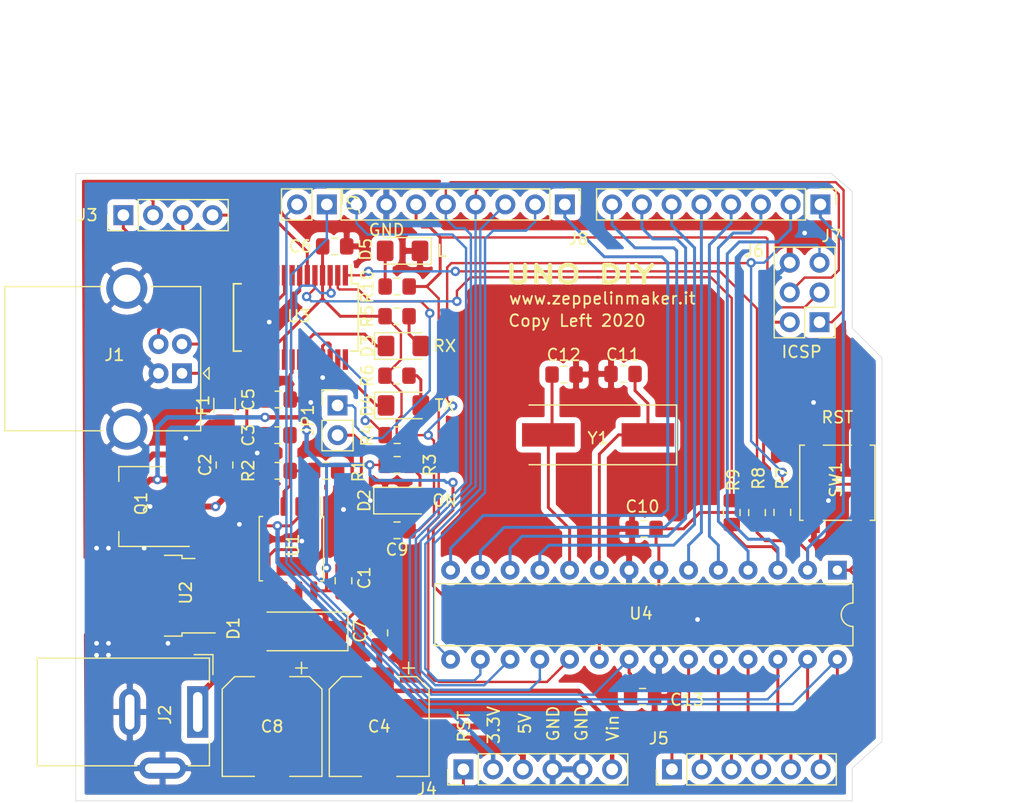
<source format=kicad_pcb>
(kicad_pcb (version 20171130) (host pcbnew "(5.1.4-0-10_14)")
  (layers (0 F.Cu signal) (31 B.Cu signal) (34 B.Paste user) (35 F.Paste user) (36 B.SilkS user) (37 F.SilkS user) (38 B.Mask user) (39 F.Mask user) (44 Edge.Cuts user))
  (net 0 "")
  (net 1 GND)
  (net 2 +5V)
  (net 3 USBVCC)
  (net 4 "Net-(C3-Pad1)")
  (net 5 VCC30)
  (net 6 VIN)
  (net 7 RESET)
  (net 8 "Net-(C9-Pad2)")
  (net 9 "Net-(C11-Pad2)")
  (net 10 "Net-(C12-Pad2)")
  (net 11 AREF)
  (net 12 "Net-(D2-Pad2)")
  (net 13 "Net-(D3-Pad1)")
  (net 14 "Net-(D3-Pad2)")
  (net 15 "Net-(D4-Pad1)")
  (net 16 "Net-(D4-Pad2)")
  (net 17 "Net-(D5-Pad2)")
  (net 18 "Net-(F1-Pad2)")
  (net 19 "Net-(J1-Pad2)")
  (net 20 "Net-(J1-Pad3)")
  (net 21 "Net-(D1-Pad2)")
  (net 22 "Net-(J3-Pad1)")
  (net 23 "Net-(J3-Pad2)")
  (net 24 "Net-(J3-Pad3)")
  (net 25 "Net-(J3-Pad4)")
  (net 26 "Net-(J5-Pad6)")
  (net 27 "Net-(J5-Pad5)")
  (net 28 "Net-(J5-Pad4)")
  (net 29 "Net-(J5-Pad3)")
  (net 30 "Net-(J5-Pad2)")
  (net 31 "Net-(J5-Pad1)")
  (net 32 D12)
  (net 33 D13)
  (net 34 D11)
  (net 35 D7)
  (net 36 D6)
  (net 37 D5)
  (net 38 D4)
  (net 39 D3)
  (net 40 D2)
  (net 41 D1)
  (net 42 D0)
  (net 43 D8)
  (net 44 D9)
  (net 45 D10)
  (net 46 "Net-(JP1-Pad1)")
  (net 47 "Net-(Q1-Pad1)")
  (net 48 "Net-(R4-Pad2)")
  (net 49 M8RXD)
  (net 50 M8TXD)
  (net 51 "Net-(U1-Pad1)")
  (net 52 "Net-(U3-Pad12)")
  (net 53 "Net-(U3-Pad13)")
  (net 54 "Net-(U3-Pad14)")
  (net 55 "Net-(U3-Pad27)")
  (net 56 "Net-(U3-Pad28)")
  (module Connector_PinHeader_2.54mm:PinHeader_2x03_P2.54mm_Vertical (layer F.Cu) (at 182.372 85.852 180)
    (fp_text reference J6 (at 5.588 6.096) (layer F.SilkS))
    (fp_text value Conn_02x03_Odd_Even)
    (pad 1 thru_hole rect (at 0 0 180) (size 1.7 1.7) (drill 1) (layers *.Cu *.Mask) (net 32 D12))
    (pad 2 thru_hole oval (at 2.54 0 180) (size 1.7 1.7) (drill 1) (layers *.Cu *.Mask) (net 2 +5V))
    (pad 3 thru_hole oval (at 0 2.54 180) (size 1.7 1.7) (drill 1) (layers *.Cu *.Mask) (net 33 D13))
    (pad 4 thru_hole oval (at 2.54 2.54 180) (size 1.7 1.7) (drill 1) (layers *.Cu *.Mask) (net 34 D11))
    (pad 5 thru_hole oval (at 0 5.08 180) (size 1.7 1.7) (drill 1) (layers *.Cu *.Mask) (net 7 RESET))
    (pad 6 thru_hole oval (at 2.54 5.08 180) (size 1.7 1.7) (drill 1) (layers *.Cu *.Mask) (net 1 GND))
  )
  (module Diode_SMD:D_SMA_Handsoldering (layer F.Cu) (at 137.708 112.268 180)
    (fp_text reference D1 (at 5.374 0.254 90) (layer F.SilkS))
    (fp_text value S1D)
    (pad 1 smd rect (at -2.5 0 180) (size 3.5 1.8) (layers F.Cu F.Paste F.Mask) (net 6 VIN))
    (pad 2 smd rect (at 2.5 0 180) (size 3.5 1.8) (layers F.Cu F.Paste F.Mask) (net 21 "Net-(D1-Pad2)"))
  )
  (module Connector_PinHeader_2.54mm:PinHeader_1x08_P2.54mm_Vertical (layer F.Cu) (at 182.4482 75.7936 270)
    (fp_text reference J7 (at 2.6924 -0.9398 180) (layer F.SilkS))
    (fp_text value Conn_01x08_Female)
    (pad 8 thru_hole oval (at 0 17.78 270) (size 1.7 1.7) (drill 1) (layers *.Cu *.Mask) (net 35 D7))
    (pad 7 thru_hole oval (at 0 15.24 270) (size 1.7 1.7) (drill 1) (layers *.Cu *.Mask) (net 36 D6))
    (pad 6 thru_hole oval (at 0 12.7 270) (size 1.7 1.7) (drill 1) (layers *.Cu *.Mask) (net 37 D5))
    (pad 5 thru_hole oval (at 0 10.16 270) (size 1.7 1.7) (drill 1) (layers *.Cu *.Mask) (net 38 D4))
    (pad 4 thru_hole oval (at 0 7.62 270) (size 1.7 1.7) (drill 1) (layers *.Cu *.Mask) (net 39 D3))
    (pad 3 thru_hole oval (at 0 5.08 270) (size 1.7 1.7) (drill 1) (layers *.Cu *.Mask) (net 40 D2))
    (pad 2 thru_hole oval (at 0 2.54 270) (size 1.7 1.7) (drill 1) (layers *.Cu *.Mask) (net 41 D1))
    (pad 1 thru_hole rect (at 0 0 270) (size 1.7 1.7) (drill 1) (layers *.Cu *.Mask) (net 42 D0))
  )
  (module Connector_PinHeader_2.54mm:PinHeader_1x08_P2.54mm_Vertical (layer F.Cu) (at 160.6296 75.7936 270)
    (fp_text reference J8 (at 2.9464 -1.1684 180) (layer F.SilkS))
    (fp_text value Conn_01x08_Female)
    (pad 1 thru_hole rect (at 0 0 270) (size 1.7 1.7) (drill 1) (layers *.Cu *.Mask) (net 43 D8))
    (pad 2 thru_hole oval (at 0 2.54 270) (size 1.7 1.7) (drill 1) (layers *.Cu *.Mask) (net 44 D9))
    (pad 3 thru_hole oval (at 0 5.08 270) (size 1.7 1.7) (drill 1) (layers *.Cu *.Mask) (net 45 D10))
    (pad 4 thru_hole oval (at 0 7.62 270) (size 1.7 1.7) (drill 1) (layers *.Cu *.Mask) (net 34 D11))
    (pad 5 thru_hole oval (at 0 10.16 270) (size 1.7 1.7) (drill 1) (layers *.Cu *.Mask) (net 32 D12))
    (pad 6 thru_hole oval (at 0 12.7 270) (size 1.7 1.7) (drill 1) (layers *.Cu *.Mask) (net 33 D13))
    (pad 7 thru_hole oval (at 0 15.24 270) (size 1.7 1.7) (drill 1) (layers *.Cu *.Mask) (net 1 GND))
    (pad 8 thru_hole oval (at 0 17.78 270) (size 1.7 1.7) (drill 1) (layers *.Cu *.Mask) (net 11 AREF))
  )
  (module Package_SO:SSOP-28_5.3x10.2mm_P0.65mm (layer F.Cu) (at 137.668 85.4456 270)
    (fp_text reference U3 (at -0.1016 -0.254 180) (layer F.SilkS))
    (fp_text value FT232RL)
    (pad 1 smd rect (at -3.6 -4.225 270) (size 1.75 0.45) (layers F.Cu F.Paste F.Mask) (net 49 M8RXD))
    (pad 2 smd rect (at -3.6 -3.575 270) (size 1.75 0.45) (layers F.Cu F.Paste F.Mask) (net 46 "Net-(JP1-Pad1)"))
    (pad 3 smd rect (at -3.6 -2.925 270) (size 1.75 0.45) (layers F.Cu F.Paste F.Mask) (net 48 "Net-(R4-Pad2)"))
    (pad 4 smd rect (at -3.6 -2.275 270) (size 1.75 0.45) (layers F.Cu F.Paste F.Mask) (net 2 +5V))
    (pad 5 smd rect (at -3.6 -1.625 270) (size 1.75 0.45) (layers F.Cu F.Paste F.Mask) (net 50 M8TXD))
    (pad 6 smd rect (at -3.6 -0.975 270) (size 1.75 0.45) (layers F.Cu F.Paste F.Mask) (net 25 "Net-(J3-Pad4)"))
    (pad 7 smd rect (at -3.6 -0.325 270) (size 1.75 0.45) (layers F.Cu F.Paste F.Mask) (net 1 GND))
    (pad 8 smd rect (at -3.6 0.325 270) (size 1.75 0.45) (layers F.Cu F.Paste F.Mask))
    (pad 9 smd rect (at -3.6 0.975 270) (size 1.75 0.45) (layers F.Cu F.Paste F.Mask) (net 23 "Net-(J3-Pad2)"))
    (pad 10 smd rect (at -3.6 1.625 270) (size 1.75 0.45) (layers F.Cu F.Paste F.Mask) (net 24 "Net-(J3-Pad3)"))
    (pad 11 smd rect (at -3.6 2.275 270) (size 1.75 0.45) (layers F.Cu F.Paste F.Mask) (net 22 "Net-(J3-Pad1)"))
    (pad 12 smd rect (at -3.6 2.925 270) (size 1.75 0.45) (layers F.Cu F.Paste F.Mask) (net 52 "Net-(U3-Pad12)"))
    (pad 13 smd rect (at -3.6 3.575 270) (size 1.75 0.45) (layers F.Cu F.Paste F.Mask) (net 53 "Net-(U3-Pad13)"))
    (pad 14 smd rect (at -3.6 4.225 270) (size 1.75 0.45) (layers F.Cu F.Paste F.Mask) (net 54 "Net-(U3-Pad14)"))
    (pad 15 smd rect (at 3.6 4.225 270) (size 1.75 0.45) (layers F.Cu F.Paste F.Mask) (net 20 "Net-(J1-Pad3)"))
    (pad 16 smd rect (at 3.6 3.575 270) (size 1.75 0.45) (layers F.Cu F.Paste F.Mask) (net 19 "Net-(J1-Pad2)"))
    (pad 17 smd rect (at 3.6 2.925 270) (size 1.75 0.45) (layers F.Cu F.Paste F.Mask) (net 5 VCC30))
    (pad 18 smd rect (at 3.6 2.275 270) (size 1.75 0.45) (layers F.Cu F.Paste F.Mask) (net 1 GND))
    (pad 19 smd rect (at 3.6 1.625 270) (size 1.75 0.45) (layers F.Cu F.Paste F.Mask) (net 2 +5V))
    (pad 20 smd rect (at 3.6 0.975 270) (size 1.75 0.45) (layers F.Cu F.Paste F.Mask) (net 2 +5V))
    (pad 21 smd rect (at 3.6 0.325 270) (size 1.75 0.45) (layers F.Cu F.Paste F.Mask) (net 1 GND))
    (pad 22 smd rect (at 3.6 -0.325 270) (size 1.75 0.45) (layers F.Cu F.Paste F.Mask) (net 15 "Net-(D4-Pad1)"))
    (pad 23 smd rect (at 3.6 -0.975 270) (size 1.75 0.45) (layers F.Cu F.Paste F.Mask) (net 13 "Net-(D3-Pad1)"))
    (pad 24 smd rect (at 3.6 -1.625 270) (size 1.75 0.45) (layers F.Cu F.Paste F.Mask))
    (pad 25 smd rect (at 3.6 -2.275 270) (size 1.75 0.45) (layers F.Cu F.Paste F.Mask) (net 1 GND))
    (pad 26 smd rect (at 3.6 -2.925 270) (size 1.75 0.45) (layers F.Cu F.Paste F.Mask) (net 1 GND))
    (pad 27 smd rect (at 3.6 -3.575 270) (size 1.75 0.45) (layers F.Cu F.Paste F.Mask) (net 55 "Net-(U3-Pad27)"))
    (pad 28 smd rect (at 3.6 -4.225 270) (size 1.75 0.45) (layers F.Cu F.Paste F.Mask) (net 56 "Net-(U3-Pad28)"))
  )
  (module Capacitor_SMD:C_0805_2012Metric_Pad1.15x1.40mm_HandSolder (layer F.Cu) (at 141.732 107.941 90)
    (fp_text reference C1 (at 0.245 1.778 90) (layer F.SilkS))
    (fp_text value 100n)
    (pad 2 smd roundrect (at 1.025 0 90) (size 1.15 1.4) (layers F.Cu F.Paste F.Mask) (roundrect_rratio 0.217391) (net 1 GND))
    (pad 1 smd roundrect (at -1.025 0 90) (size 1.15 1.4) (layers F.Cu F.Paste F.Mask) (roundrect_rratio 0.217391) (net 2 +5V))
  )
  (module Capacitor_SMD:C_0805_2012Metric_Pad1.15x1.40mm_HandSolder (layer F.Cu) (at 131.572 98.053 90)
    (fp_text reference C2 (at 0 -1.65 90) (layer F.SilkS))
    (fp_text value 100n)
    (pad 2 smd roundrect (at 1.025 0 90) (size 1.15 1.4) (layers F.Cu F.Paste F.Mask) (roundrect_rratio 0.217391) (net 1 GND))
    (pad 1 smd roundrect (at -1.025 0 90) (size 1.15 1.4) (layers F.Cu F.Paste F.Mask) (roundrect_rratio 0.217391) (net 3 USBVCC))
  )
  (module Capacitor_SMD:C_0805_2012Metric_Pad1.15x1.40mm_HandSolder (layer F.Cu) (at 136.135 95.504 180)
    (fp_text reference C3 (at 2.531 0 90) (layer F.SilkS))
    (fp_text value 100n)
    (pad 2 smd roundrect (at 1.025 0 180) (size 1.15 1.4) (layers F.Cu F.Paste F.Mask) (roundrect_rratio 0.217391) (net 1 GND))
    (pad 1 smd roundrect (at -1.025 0 180) (size 1.15 1.4) (layers F.Cu F.Paste F.Mask) (roundrect_rratio 0.217391) (net 4 "Net-(C3-Pad1)"))
  )
  (module Capacitor_SMD:C_0805_2012Metric_Pad1.15x1.40mm_HandSolder (layer F.Cu) (at 136.153 92.456)
    (fp_text reference C5 (at -2.549 0 90) (layer F.SilkS))
    (fp_text value 100n)
    (pad 1 smd roundrect (at -1.025 0) (size 1.15 1.4) (layers F.Cu F.Paste F.Mask) (roundrect_rratio 0.217391) (net 5 VCC30))
    (pad 2 smd roundrect (at 1.025 0) (size 1.15 1.4) (layers F.Cu F.Paste F.Mask) (roundrect_rratio 0.217391) (net 1 GND))
  )
  (module Capacitor_SMD:C_0805_2012Metric_Pad1.15x1.40mm_HandSolder (layer F.Cu) (at 140.979 79.375)
    (fp_text reference C6 (at -2.93 0) (layer F.SilkS))
    (fp_text value 100n)
    (pad 1 smd roundrect (at -1.025 0) (size 1.15 1.4) (layers F.Cu F.Paste F.Mask) (roundrect_rratio 0.217391) (net 2 +5V))
    (pad 2 smd roundrect (at 1.025 0) (size 1.15 1.4) (layers F.Cu F.Paste F.Mask) (roundrect_rratio 0.217391) (net 1 GND))
  )
  (module Capacitor_SMD:C_0805_2012Metric_Pad1.15x1.40mm_HandSolder (layer F.Cu) (at 144.789 112.395 90)
    (fp_text reference C7 (at 0.127 -1.65 90) (layer F.SilkS))
    (fp_text value 100n)
    (pad 2 smd roundrect (at 1.025 0 90) (size 1.15 1.4) (layers F.Cu F.Paste F.Mask) (roundrect_rratio 0.217391) (net 1 GND))
    (pad 1 smd roundrect (at -1.025 0 90) (size 1.15 1.4) (layers F.Cu F.Paste F.Mask) (roundrect_rratio 0.217391) (net 6 VIN))
  )
  (module Capacitor_SMD:C_0805_2012Metric_Pad1.15x1.40mm_HandSolder (layer F.Cu) (at 146.304 103.632 180)
    (fp_text reference C9 (at 0 -1.65) (layer F.SilkS))
    (fp_text value 100n)
    (pad 1 smd roundrect (at -1.025 0 180) (size 1.15 1.4) (layers F.Cu F.Paste F.Mask) (roundrect_rratio 0.217391) (net 7 RESET))
    (pad 2 smd roundrect (at 1.025 0 180) (size 1.15 1.4) (layers F.Cu F.Paste F.Mask) (roundrect_rratio 0.217391) (net 8 "Net-(C9-Pad2)"))
  )
  (module Capacitor_SMD:C_0805_2012Metric_Pad1.15x1.40mm_HandSolder (layer F.Cu) (at 167.395 103.505 180)
    (fp_text reference C10 (at 0.136 1.905) (layer F.SilkS))
    (fp_text value 100n)
    (pad 1 smd roundrect (at -1.025 0 180) (size 1.15 1.4) (layers F.Cu F.Paste F.Mask) (roundrect_rratio 0.217391) (net 2 +5V))
    (pad 2 smd roundrect (at 1.025 0 180) (size 1.15 1.4) (layers F.Cu F.Paste F.Mask) (roundrect_rratio 0.217391) (net 1 GND))
  )
  (module Capacitor_SMD:C_0805_2012Metric_Pad1.15x1.40mm_HandSolder (layer F.Cu) (at 165.599 90.2716)
    (fp_text reference C11 (at 0 -1.65) (layer F.SilkS))
    (fp_text value 22p)
    (pad 1 smd roundrect (at -1.025 0) (size 1.15 1.4) (layers F.Cu F.Paste F.Mask) (roundrect_rratio 0.217391) (net 1 GND))
    (pad 2 smd roundrect (at 1.025 0) (size 1.15 1.4) (layers F.Cu F.Paste F.Mask) (roundrect_rratio 0.217391) (net 9 "Net-(C11-Pad2)"))
  )
  (module Capacitor_SMD:C_0805_2012Metric_Pad1.15x1.40mm_HandSolder (layer F.Cu) (at 160.5624 90.3224 180)
    (fp_text reference C12 (at 0.0344 1.6764) (layer F.SilkS))
    (fp_text value 22p)
    (pad 2 smd roundrect (at 1.025 0 180) (size 1.15 1.4) (layers F.Cu F.Paste F.Mask) (roundrect_rratio 0.217391) (net 10 "Net-(C12-Pad2)"))
    (pad 1 smd roundrect (at -1.025 0 180) (size 1.15 1.4) (layers F.Cu F.Paste F.Mask) (roundrect_rratio 0.217391) (net 1 GND))
  )
  (module Capacitor_SMD:C_0805_2012Metric_Pad1.15x1.40mm_HandSolder (layer F.Cu) (at 167.268 117.856)
    (fp_text reference C13 (at 3.801 0.254) (layer F.SilkS))
    (fp_text value 100n)
    (pad 1 smd roundrect (at -1.025 0) (size 1.15 1.4) (layers F.Cu F.Paste F.Mask) (roundrect_rratio 0.217391) (net 11 AREF))
    (pad 2 smd roundrect (at 1.025 0) (size 1.15 1.4) (layers F.Cu F.Paste F.Mask) (roundrect_rratio 0.217391) (net 1 GND))
  )
  (module LED_SMD:LED_1206_3216Metric_Pad1.42x1.75mm_HandSolder (layer F.Cu) (at 146.7755 101.092)
    (fp_text reference D2 (at -3.2655 0 90) (layer F.SilkS))
    (fp_text value LED)
    (pad 2 smd roundrect (at 1.4875 0) (size 1.425 1.75) (layers F.Cu F.Paste F.Mask) (roundrect_rratio 0.175439) (net 12 "Net-(D2-Pad2)"))
    (pad 1 smd roundrect (at -1.4875 0) (size 1.425 1.75) (layers F.Cu F.Paste F.Mask) (roundrect_rratio 0.175439) (net 1 GND))
  )
  (module LED_SMD:LED_1206_3216Metric_Pad1.42x1.75mm_HandSolder (layer F.Cu) (at 146.8485 87.884)
    (fp_text reference D3 (at -3.0845 0 90) (layer F.SilkS))
    (fp_text value LED)
    (pad 1 smd roundrect (at -1.4875 0) (size 1.425 1.75) (layers F.Cu F.Paste F.Mask) (roundrect_rratio 0.175439) (net 13 "Net-(D3-Pad1)"))
    (pad 2 smd roundrect (at 1.4875 0) (size 1.425 1.75) (layers F.Cu F.Paste F.Mask) (roundrect_rratio 0.175439) (net 14 "Net-(D3-Pad2)"))
  )
  (module LED_SMD:LED_1206_3216Metric_Pad1.42x1.75mm_HandSolder (layer F.Cu) (at 146.8485 92.964)
    (fp_text reference D4 (at -3.0845 0 90) (layer F.SilkS))
    (fp_text value LED)
    (pad 1 smd roundrect (at -1.4875 0) (size 1.425 1.75) (layers F.Cu F.Paste F.Mask) (roundrect_rratio 0.175439) (net 15 "Net-(D4-Pad1)"))
    (pad 2 smd roundrect (at 1.4875 0) (size 1.425 1.75) (layers F.Cu F.Paste F.Mask) (roundrect_rratio 0.175439) (net 16 "Net-(D4-Pad2)"))
  )
  (module LED_SMD:LED_1206_3216Metric_Pad1.42x1.75mm_HandSolder (layer F.Cu) (at 146.7755 79.756 180)
    (fp_text reference D5 (at 3.1385 0.127 90) (layer F.SilkS))
    (fp_text value LED)
    (pad 2 smd roundrect (at 1.4875 0 180) (size 1.425 1.75) (layers F.Cu F.Paste F.Mask) (roundrect_rratio 0.175439) (net 17 "Net-(D5-Pad2)"))
    (pad 1 smd roundrect (at -1.4875 0 180) (size 1.425 1.75) (layers F.Cu F.Paste F.Mask) (roundrect_rratio 0.175439) (net 1 GND))
  )
  (module Connector_USB:USB_B_OST_USB-B1HSxx_Horizontal (layer F.Cu) (at 127.9398 90.2208 180)
    (fp_text reference J1 (at 5.7658 1.5748) (layer F.SilkS))
    (fp_text value USB_B)
    (pad 1 thru_hole rect (at 0 0 180) (size 1.7 1.7) (drill 0.92) (layers *.Cu *.Mask) (net 18 "Net-(F1-Pad2)"))
    (pad 2 thru_hole circle (at 0 2.5 180) (size 1.7 1.7) (drill 0.92) (layers *.Cu *.Mask) (net 19 "Net-(J1-Pad2)"))
    (pad 3 thru_hole circle (at 2 2.5 180) (size 1.7 1.7) (drill 0.92) (layers *.Cu *.Mask) (net 20 "Net-(J1-Pad3)"))
    (pad 4 thru_hole circle (at 2 0 180) (size 1.7 1.7) (drill 0.92) (layers *.Cu *.Mask) (net 1 GND))
    (pad 5 thru_hole circle (at 4.71 -4.77 180) (size 3.5 3.5) (drill 2.33) (layers *.Cu *.Mask) (net 1 GND))
    (pad 5 thru_hole circle (at 4.71 7.27 180) (size 3.5 3.5) (drill 2.33) (layers *.Cu *.Mask) (net 1 GND))
  )
  (module Connector_PinHeader_2.54mm:PinHeader_1x04_P2.54mm_Vertical (layer F.Cu) (at 122.936 76.708 90)
    (fp_text reference J3 (at 0 -3.048 180) (layer F.SilkS))
    (fp_text value Conn_01x04_Female)
    (pad 1 thru_hole rect (at 0 0 90) (size 1.7 1.7) (drill 1) (layers *.Cu *.Mask) (net 22 "Net-(J3-Pad1)"))
    (pad 2 thru_hole oval (at 0 2.54 90) (size 1.7 1.7) (drill 1) (layers *.Cu *.Mask) (net 23 "Net-(J3-Pad2)"))
    (pad 3 thru_hole oval (at 0 5.08 90) (size 1.7 1.7) (drill 1) (layers *.Cu *.Mask) (net 24 "Net-(J3-Pad3)"))
    (pad 4 thru_hole oval (at 0 7.62 90) (size 1.7 1.7) (drill 1) (layers *.Cu *.Mask) (net 25 "Net-(J3-Pad4)"))
  )
  (module Connector_PinHeader_2.54mm:PinHeader_1x06_P2.54mm_Vertical (layer F.Cu) (at 151.9682 124.0536 90)
    (fp_text reference J4 (at -1.6764 -3.1242 180) (layer F.SilkS))
    (fp_text value Conn_01x06_Female)
    (pad 1 thru_hole rect (at 0 0 90) (size 1.7 1.7) (drill 1) (layers *.Cu *.Mask) (net 7 RESET))
    (pad 2 thru_hole oval (at 0 2.54 90) (size 1.7 1.7) (drill 1) (layers *.Cu *.Mask) (net 5 VCC30))
    (pad 3 thru_hole oval (at 0 5.08 90) (size 1.7 1.7) (drill 1) (layers *.Cu *.Mask) (net 2 +5V))
    (pad 4 thru_hole oval (at 0 7.62 90) (size 1.7 1.7) (drill 1) (layers *.Cu *.Mask) (net 1 GND))
    (pad 5 thru_hole oval (at 0 10.16 90) (size 1.7 1.7) (drill 1) (layers *.Cu *.Mask) (net 1 GND))
    (pad 6 thru_hole oval (at 0 12.7 90) (size 1.7 1.7) (drill 1) (layers *.Cu *.Mask) (net 6 VIN))
  )
  (module Connector_PinHeader_2.54mm:PinHeader_1x06_P2.54mm_Vertical (layer F.Cu) (at 169.7736 124.0536 90)
    (fp_text reference J5 (at 2.6416 -1.1176 180) (layer F.SilkS))
    (fp_text value Conn_01x06_Female)
    (pad 6 thru_hole oval (at 0 12.7 90) (size 1.7 1.7) (drill 1) (layers *.Cu *.Mask) (net 26 "Net-(J5-Pad6)"))
    (pad 5 thru_hole oval (at 0 10.16 90) (size 1.7 1.7) (drill 1) (layers *.Cu *.Mask) (net 27 "Net-(J5-Pad5)"))
    (pad 4 thru_hole oval (at 0 7.62 90) (size 1.7 1.7) (drill 1) (layers *.Cu *.Mask) (net 28 "Net-(J5-Pad4)"))
    (pad 3 thru_hole oval (at 0 5.08 90) (size 1.7 1.7) (drill 1) (layers *.Cu *.Mask) (net 29 "Net-(J5-Pad3)"))
    (pad 2 thru_hole oval (at 0 2.54 90) (size 1.7 1.7) (drill 1) (layers *.Cu *.Mask) (net 30 "Net-(J5-Pad2)"))
    (pad 1 thru_hole rect (at 0 0 90) (size 1.7 1.7) (drill 1) (layers *.Cu *.Mask) (net 31 "Net-(J5-Pad1)"))
  )
  (module Connector_PinHeader_2.54mm:PinHeader_1x02_P2.54mm_Vertical (layer F.Cu) (at 141.224 92.964)
    (fp_text reference JP1 (at -2.54 1.27 90) (layer F.SilkS))
    (fp_text value Jumper)
    (pad 1 thru_hole rect (at 0 0) (size 1.7 1.7) (drill 1) (layers *.Cu *.Mask) (net 46 "Net-(JP1-Pad1)"))
    (pad 2 thru_hole oval (at 0 2.54) (size 1.7 1.7) (drill 1) (layers *.Cu *.Mask) (net 8 "Net-(C9-Pad2)"))
  )
  (module Package_TO_SOT_SMD:SOT-223-3_TabPin2 (layer F.Cu) (at 124.46 101.6 180)
    (fp_text reference Q1 (at 0 0.254 90) (layer F.SilkS))
    (fp_text value NDT2955)
    (pad 2 smd rect (at 3.15 0 180) (size 2 3.8) (layers F.Cu F.Paste F.Mask) (net 3 USBVCC))
    (pad 2 smd rect (at -3.15 0 180) (size 2 1.5) (layers F.Cu F.Paste F.Mask) (net 3 USBVCC))
    (pad 3 smd rect (at -3.15 2.3 180) (size 2 1.5) (layers F.Cu F.Paste F.Mask) (net 2 +5V))
    (pad 1 smd rect (at -3.15 -2.3 180) (size 2 1.5) (layers F.Cu F.Paste F.Mask) (net 47 "Net-(Q1-Pad1)"))
  )
  (module Resistor_SMD:R_0805_2012Metric_Pad1.15x1.40mm_HandSolder (layer F.Cu) (at 140.208 98.552 180)
    (fp_text reference R1 (at -2.794 0 90) (layer F.SilkS))
    (fp_text value 10k)
    (pad 2 smd roundrect (at 1.025 0 180) (size 1.15 1.4) (layers F.Cu F.Paste F.Mask) (roundrect_rratio 0.217391) (net 4 "Net-(C3-Pad1)"))
    (pad 1 smd roundrect (at -1.025 0 180) (size 1.15 1.4) (layers F.Cu F.Paste F.Mask) (roundrect_rratio 0.217391) (net 6 VIN))
  )
  (module Resistor_SMD:R_0805_2012Metric_Pad1.15x1.40mm_HandSolder (layer F.Cu) (at 136.153 98.552 180)
    (fp_text reference R2 (at 2.549 0 90) (layer F.SilkS))
    (fp_text value 10k)
    (pad 1 smd roundrect (at -1.025 0 180) (size 1.15 1.4) (layers F.Cu F.Paste F.Mask) (roundrect_rratio 0.217391) (net 4 "Net-(C3-Pad1)"))
    (pad 2 smd roundrect (at 1.025 0 180) (size 1.15 1.4) (layers F.Cu F.Paste F.Mask) (roundrect_rratio 0.217391) (net 1 GND))
  )
  (module Resistor_SMD:R_0805_2012Metric_Pad1.15x1.40mm_HandSolder (layer F.Cu) (at 146.313 98.044 180)
    (fp_text reference R3 (at -2.785 0 90) (layer F.SilkS))
    (fp_text value 1k)
    (pad 2 smd roundrect (at 1.025 0 180) (size 1.15 1.4) (layers F.Cu F.Paste F.Mask) (roundrect_rratio 0.217391) (net 2 +5V))
    (pad 1 smd roundrect (at -1.025 0 180) (size 1.15 1.4) (layers F.Cu F.Paste F.Mask) (roundrect_rratio 0.217391) (net 12 "Net-(D2-Pad2)"))
  )
  (module Resistor_SMD:R_0805_2012Metric_Pad1.15x1.40mm_HandSolder (layer F.Cu) (at 146.313 95.504 180)
    (fp_text reference R4 (at 2.549 0 90) (layer F.SilkS))
    (fp_text value 1k)
    (pad 1 smd roundrect (at -1.025 0 180) (size 1.15 1.4) (layers F.Cu F.Paste F.Mask) (roundrect_rratio 0.217391) (net 7 RESET))
    (pad 2 smd roundrect (at 1.025 0 180) (size 1.15 1.4) (layers F.Cu F.Paste F.Mask) (roundrect_rratio 0.217391) (net 48 "Net-(R4-Pad2)"))
  )
  (module Resistor_SMD:R_0805_2012Metric_Pad1.15x1.40mm_HandSolder (layer F.Cu) (at 146.304 85.344)
    (fp_text reference R5 (at -2.54 0 90) (layer F.SilkS))
    (fp_text value 1k)
    (pad 1 smd roundrect (at -1.025 0) (size 1.15 1.4) (layers F.Cu F.Paste F.Mask) (roundrect_rratio 0.217391) (net 2 +5V))
    (pad 2 smd roundrect (at 1.025 0) (size 1.15 1.4) (layers F.Cu F.Paste F.Mask) (roundrect_rratio 0.217391) (net 14 "Net-(D3-Pad2)"))
  )
  (module Resistor_SMD:R_0805_2012Metric_Pad1.15x1.40mm_HandSolder (layer F.Cu) (at 146.295 90.424)
    (fp_text reference R6 (at -2.531 0 90) (layer F.SilkS))
    (fp_text value 1k)
    (pad 2 smd roundrect (at 1.025 0) (size 1.15 1.4) (layers F.Cu F.Paste F.Mask) (roundrect_rratio 0.217391) (net 16 "Net-(D4-Pad2)"))
    (pad 1 smd roundrect (at -1.025 0) (size 1.15 1.4) (layers F.Cu F.Paste F.Mask) (roundrect_rratio 0.217391) (net 2 +5V))
  )
  (module Resistor_SMD:R_0805_2012Metric_Pad1.15x1.40mm_HandSolder (layer F.Cu) (at 179.197 102.099 90)
    (fp_text reference R7 (at 2.912 0 90) (layer F.SilkS))
    (fp_text value 10k)
    (pad 2 smd roundrect (at 1.025 0 90) (size 1.15 1.4) (layers F.Cu F.Paste F.Mask) (roundrect_rratio 0.217391) (net 7 RESET))
    (pad 1 smd roundrect (at -1.025 0 90) (size 1.15 1.4) (layers F.Cu F.Paste F.Mask) (roundrect_rratio 0.217391) (net 2 +5V))
  )
  (module Resistor_SMD:R_0805_2012Metric_Pad1.15x1.40mm_HandSolder (layer F.Cu) (at 177.038 102.117 270)
    (fp_text reference R8 (at -2.93 -0.127 90) (layer F.SilkS))
    (fp_text value 1k)
    (pad 2 smd roundrect (at 1.025 0 270) (size 1.15 1.4) (layers F.Cu F.Paste F.Mask) (roundrect_rratio 0.217391) (net 42 D0))
    (pad 1 smd roundrect (at -1.025 0 270) (size 1.15 1.4) (layers F.Cu F.Paste F.Mask) (roundrect_rratio 0.217391) (net 49 M8RXD))
  )
  (module Resistor_SMD:R_0805_2012Metric_Pad1.15x1.40mm_HandSolder (layer F.Cu) (at 174.879 102.117 270)
    (fp_text reference R9 (at -2.794 -0.136 90) (layer F.SilkS))
    (fp_text value 1k)
    (pad 1 smd roundrect (at -1.025 0 270) (size 1.15 1.4) (layers F.Cu F.Paste F.Mask) (roundrect_rratio 0.217391) (net 50 M8TXD))
    (pad 2 smd roundrect (at 1.025 0 270) (size 1.15 1.4) (layers F.Cu F.Paste F.Mask) (roundrect_rratio 0.217391) (net 41 D1))
  )
  (module Resistor_SMD:R_0805_2012Metric_Pad1.15x1.40mm_HandSolder (layer F.Cu) (at 146.313 82.804)
    (fp_text reference R10 (at -2.549 0 90) (layer F.SilkS))
    (fp_text value 1k)
    (pad 1 smd roundrect (at -1.025 0) (size 1.15 1.4) (layers F.Cu F.Paste F.Mask) (roundrect_rratio 0.217391) (net 17 "Net-(D5-Pad2)"))
    (pad 2 smd roundrect (at 1.025 0) (size 1.15 1.4) (layers F.Cu F.Paste F.Mask) (roundrect_rratio 0.217391) (net 33 D13))
  )
  (module Button_Switch_SMD:SW_Push_1P1T_NO_CK_KSC7xxJ (layer F.Cu) (at 183.896 99.568 270)
    (fp_text reference SW1 (at -0.254 0.127 90) (layer F.SilkS))
    (fp_text value SW_SPST)
    (pad 1 smd rect (at -2.9 -2 270) (size 2.8 1) (layers F.Cu F.Paste F.Mask) (net 7 RESET))
    (pad 1 smd rect (at 2.9 -2 270) (size 2.8 1) (layers F.Cu F.Paste F.Mask) (net 7 RESET))
    (pad 2 smd rect (at -2.9 2 270) (size 2.8 1) (layers F.Cu F.Paste F.Mask) (net 1 GND))
    (pad 2 smd rect (at 2.9 2 270) (size 2.8 1) (layers F.Cu F.Paste F.Mask) (net 1 GND))
  )
  (module Package_SO:SOIC-8_5.275x5.275mm_P1.27mm (layer F.Cu) (at 137.287 105.2 270)
    (fp_text reference U1 (at -0.298 -0.127 90) (layer F.SilkS))
    (fp_text value LM358)
    (pad 1 smd roundrect (at -3.6 -1.905 270) (size 1.6 0.6) (layers F.Cu F.Paste F.Mask) (net 51 "Net-(U1-Pad1)"))
    (pad 2 smd roundrect (at -3.6 -0.635 270) (size 1.6 0.6) (layers F.Cu F.Paste F.Mask) (net 5 VCC30))
    (pad 3 smd roundrect (at -3.6 0.635 270) (size 1.6 0.6) (layers F.Cu F.Paste F.Mask) (net 4 "Net-(C3-Pad1)"))
    (pad 4 smd roundrect (at -3.6 1.905 270) (size 1.6 0.6) (layers F.Cu F.Paste F.Mask) (net 1 GND))
    (pad 5 smd roundrect (at 3.6 1.905 270) (size 1.6 0.6) (layers F.Cu F.Paste F.Mask) (net 51 "Net-(U1-Pad1)"))
    (pad 6 smd roundrect (at 3.6 0.635 270) (size 1.6 0.6) (layers F.Cu F.Paste F.Mask) (net 47 "Net-(Q1-Pad1)"))
    (pad 7 smd roundrect (at 3.6 -0.635 270) (size 1.6 0.6) (layers F.Cu F.Paste F.Mask) (net 47 "Net-(Q1-Pad1)"))
    (pad 8 smd roundrect (at 3.6 -1.905 270) (size 1.6 0.6) (layers F.Cu F.Paste F.Mask) (net 2 +5V))
  )
  (module Package_DIP:DIP-28_W7.62mm (layer F.Cu) (at 183.896 107.0356 270)
    (fp_text reference U4 (at 3.7084 16.764 180) (layer F.SilkS))
    (fp_text value ATmega328P-PU)
    (pad 1 thru_hole rect (at 0 0 270) (size 1.6 1.6) (drill 0.8) (layers *.Cu *.Mask) (net 7 RESET))
    (pad 15 thru_hole oval (at 7.62 33.02 270) (size 1.6 1.6) (drill 0.8) (layers *.Cu *.Mask) (net 44 D9))
    (pad 2 thru_hole oval (at 0 2.54 270) (size 1.6 1.6) (drill 0.8) (layers *.Cu *.Mask) (net 42 D0))
    (pad 16 thru_hole oval (at 7.62 30.48 270) (size 1.6 1.6) (drill 0.8) (layers *.Cu *.Mask) (net 45 D10))
    (pad 3 thru_hole oval (at 0 5.08 270) (size 1.6 1.6) (drill 0.8) (layers *.Cu *.Mask) (net 41 D1))
    (pad 17 thru_hole oval (at 7.62 27.94 270) (size 1.6 1.6) (drill 0.8) (layers *.Cu *.Mask) (net 34 D11))
    (pad 4 thru_hole oval (at 0 7.62 270) (size 1.6 1.6) (drill 0.8) (layers *.Cu *.Mask) (net 40 D2))
    (pad 18 thru_hole oval (at 7.62 25.4 270) (size 1.6 1.6) (drill 0.8) (layers *.Cu *.Mask) (net 32 D12))
    (pad 5 thru_hole oval (at 0 10.16 270) (size 1.6 1.6) (drill 0.8) (layers *.Cu *.Mask) (net 39 D3))
    (pad 19 thru_hole oval (at 7.62 22.86 270) (size 1.6 1.6) (drill 0.8) (layers *.Cu *.Mask) (net 33 D13))
    (pad 6 thru_hole oval (at 0 12.7 270) (size 1.6 1.6) (drill 0.8) (layers *.Cu *.Mask) (net 38 D4))
    (pad 20 thru_hole oval (at 7.62 20.32 270) (size 1.6 1.6) (drill 0.8) (layers *.Cu *.Mask) (net 2 +5V))
    (pad 7 thru_hole oval (at 0 15.24 270) (size 1.6 1.6) (drill 0.8) (layers *.Cu *.Mask) (net 2 +5V))
    (pad 21 thru_hole oval (at 7.62 17.78 270) (size 1.6 1.6) (drill 0.8) (layers *.Cu *.Mask) (net 11 AREF))
    (pad 8 thru_hole oval (at 0 17.78 270) (size 1.6 1.6) (drill 0.8) (layers *.Cu *.Mask) (net 1 GND))
    (pad 22 thru_hole oval (at 7.62 15.24 270) (size 1.6 1.6) (drill 0.8) (layers *.Cu *.Mask) (net 1 GND))
    (pad 9 thru_hole oval (at 0 20.32 270) (size 1.6 1.6) (drill 0.8) (layers *.Cu *.Mask) (net 9 "Net-(C11-Pad2)"))
    (pad 23 thru_hole oval (at 7.62 12.7 270) (size 1.6 1.6) (drill 0.8) (layers *.Cu *.Mask) (net 31 "Net-(J5-Pad1)"))
    (pad 10 thru_hole oval (at 0 22.86 270) (size 1.6 1.6) (drill 0.8) (layers *.Cu *.Mask) (net 10 "Net-(C12-Pad2)"))
    (pad 24 thru_hole oval (at 7.62 10.16 270) (size 1.6 1.6) (drill 0.8) (layers *.Cu *.Mask) (net 30 "Net-(J5-Pad2)"))
    (pad 11 thru_hole oval (at 0 25.4 270) (size 1.6 1.6) (drill 0.8) (layers *.Cu *.Mask) (net 37 D5))
    (pad 25 thru_hole oval (at 7.62 7.62 270) (size 1.6 1.6) (drill 0.8) (layers *.Cu *.Mask) (net 29 "Net-(J5-Pad3)"))
    (pad 12 thru_hole oval (at 0 27.94 270) (size 1.6 1.6) (drill 0.8) (layers *.Cu *.Mask) (net 36 D6))
    (pad 26 thru_hole oval (at 7.62 5.08 270) (size 1.6 1.6) (drill 0.8) (layers *.Cu *.Mask) (net 28 "Net-(J5-Pad4)"))
    (pad 13 thru_hole oval (at 0 30.48 270) (size 1.6 1.6) (drill 0.8) (layers *.Cu *.Mask) (net 35 D7))
    (pad 27 thru_hole oval (at 7.62 2.54 270) (size 1.6 1.6) (drill 0.8) (layers *.Cu *.Mask) (net 27 "Net-(J5-Pad5)"))
    (pad 14 thru_hole oval (at 0 33.02 270) (size 1.6 1.6) (drill 0.8) (layers *.Cu *.Mask) (net 43 D8))
    (pad 28 thru_hole oval (at 7.62 0 270) (size 1.6 1.6) (drill 0.8) (layers *.Cu *.Mask) (net 26 "Net-(J5-Pad6)"))
  )
  (module Crystal:Crystal_SMD_HC49-SD (layer F.Cu) (at 163.4744 95.4786 180)
    (fp_text reference Y1 (at 0 -0.2794) (layer F.SilkS))
    (fp_text value 16MHz)
    (pad 1 smd rect (at -4.25 0 180) (size 4.5 2) (layers F.Cu F.Paste F.Mask) (net 9 "Net-(C11-Pad2)"))
    (pad 2 smd rect (at 4.25 0 180) (size 4.5 2) (layers F.Cu F.Paste F.Mask) (net 10 "Net-(C12-Pad2)"))
  )
  (module Fuse:Fuse_1206_3216Metric_Pad1.42x1.75mm_HandSolder (layer F.Cu) (at 131.572 92.964 90)
    (fp_text reference F1 (at 0 -1.82 90) (layer F.SilkS))
    (fp_text value 500mA)
    (pad 1 smd roundrect (at -1.4875 0 90) (size 1.425 1.75) (layers F.Cu F.Paste F.Mask) (roundrect_rratio 0.175439) (net 3 USBVCC))
    (pad 2 smd roundrect (at 1.4875 0 90) (size 1.425 1.75) (layers F.Cu F.Paste F.Mask) (roundrect_rratio 0.175439) (net 18 "Net-(F1-Pad2)"))
  )
  (module Connector_PinHeader_2.54mm:PinHeader_1x02_P2.54mm_Vertical (layer F.Cu) (at 140.3096 75.7936 270)
    (fp_text reference J9 (at 0 -2.33 90) (layer F.SilkS))
    (fp_text value Conn_01x02_Female)
    (pad 1 thru_hole rect (at 0 0 270) (size 1.7 1.7) (drill 1) (layers *.Cu *.Mask) (net 27 "Net-(J5-Pad5)"))
    (pad 2 thru_hole oval (at 0 2.54 270) (size 1.7 1.7) (drill 1) (layers *.Cu *.Mask) (net 26 "Net-(J5-Pad6)"))
  )
  (module Connector_BarrelJack:BarrelJack_Wuerth_6941xx301002 (layer F.Cu) (at 129.286 119.1514 270)
    (fp_text reference J2 (at 0.2286 2.794 90) (layer F.SilkS))
    (fp_text value Barrel_Jack_Switch)
    (pad 3 thru_hole oval (at 4.8 3) (size 4 1.8) (drill oval 3 0.8) (layers *.Cu *.Mask) (net 1 GND))
    (pad 2 thru_hole oval (at 0 5.8 270) (size 4 1.8) (drill oval 3 0.8) (layers *.Cu *.Mask) (net 1 GND))
    (pad 1 thru_hole rect (at 0 0 270) (size 4.4 1.8) (drill oval 3.4 0.8) (layers *.Cu *.Mask) (net 21 "Net-(D1-Pad2)"))
  )
  (module Package_TO_SOT_SMD:TO-252-2 (layer F.Cu) (at 125.476 109.22 180)
    (fp_text reference U2 (at -2.794 0.254 90) (layer F.SilkS))
    (fp_text value LD1117S50TR_SOT223)
    (pad 1 smd rect (at -4.2 -2.28 180) (size 2.2 1.2) (layers F.Cu F.Paste F.Mask) (net 1 GND))
    (pad 3 smd rect (at -4.2 2.28 180) (size 2.2 1.2) (layers F.Cu F.Paste F.Mask) (net 6 VIN))
    (pad 2 smd rect (at 2.1 0 180) (size 6.4 5.8) (layers F.Cu F.Mask) (net 2 +5V))
  )
  (module Capacitor_SMD:CP_Elec_8x6.2 (layer F.Cu) (at 144.78 120.396 270)
    (fp_text reference C4 (at 0 0 180) (layer F.SilkS))
    (fp_text value 100u)
    (pad 1 smd roundrect (at -3.05 0 270) (size 4 2.5) (layers F.Cu F.Paste F.Mask) (roundrect_rratio 0.1) (net 6 VIN))
    (pad 2 smd roundrect (at 3.05 0 270) (size 4 2.5) (layers F.Cu F.Paste F.Mask) (roundrect_rratio 0.1) (net 1 GND))
  )
  (module Capacitor_SMD:CP_Elec_8x6.2 (layer F.Cu) (at 135.636 120.394 270)
    (fp_text reference C8 (at 0 0 180) (layer F.SilkS))
    (fp_text value 100u)
    (pad 2 smd roundrect (at 3.05 0 270) (size 4 2.5) (layers F.Cu F.Paste F.Mask) (roundrect_rratio 0.1) (net 1 GND))
    (pad 1 smd roundrect (at -3.05 0 270) (size 4 2.5) (layers F.Cu F.Paste F.Mask) (roundrect_rratio 0.1) (net 2 +5V))
  )
  (gr_text "Copy Left 2020 " (at 162.052 85.725) (layer F.SilkS) (effects (font (size 1 1))))
  (gr_text www.zeppelinmaker.it (at 163.83 83.82) (layer F.SilkS) (effects (font (size 1 1))))
  (gr_text GND (at 145.415 77.978) (layer F.SilkS) (effects (font (size 1 1))))
  (gr_text RST (at 152.019 120.396 90) (layer F.SilkS) (effects (font (size 1 1))))
  (gr_text Vin (at 164.719 120.523 90) (layer F.SilkS) (effects (font (size 1 1))))
  (gr_text 3.3V (at 154.559 120.269 90) (layer F.SilkS) (effects (font (size 1 1))))
  (gr_text 5V (at 157.226 120.142 90) (layer F.SilkS) (effects (font (size 1 1))))
  (gr_text GND (at 162.052 120.142 90) (layer F.SilkS) (effects (font (size 1 1))))
  (gr_text GND (at 159.639 120.142 90) (layer F.SilkS) (effects (font (size 1 1))))
  (gr_text RST (at 183.896 93.98) (layer F.SilkS) (effects (font (size 1 1))))
  (gr_text TX (at 150.368 92.964) (layer F.SilkS) (effects (font (size 1 1))))
  (gr_text RX (at 150.368 87.884) (layer F.SilkS) (effects (font (size 1 1))))
  (gr_text L (at 150.114 79.756) (layer F.SilkS) (effects (font (size 1 1))))
  (gr_text ON (at 150.368 101.092) (layer F.SilkS) (effects (font (size 1 1))))
  (gr_text ICSP (at 180.848 88.392) (layer F.SilkS) (effects (font (size 1 1))))
  (gr_text "UNO DIY" (at 161.925 81.788) (layer F.SilkS) (effects (font (size 1.5 2.032) (thickness 0.375))))
  (gr_line (start 118.872 126.746) (end 118.872 73.152) (layer Edge.Cuts) (width 0.05))
  (gr_line (start 185.166 126.746) (end 118.872 126.746) (layer Edge.Cuts) (width 0.05))
  (gr_line (start 185.166 123.952) (end 185.166 126.746) (layer Edge.Cuts) (width 0.05))
  (gr_line (start 187.706 121.666) (end 185.166 123.952) (layer Edge.Cuts) (width 0.05))
  (gr_line (start 187.706 88.9) (end 187.706 121.666) (layer Edge.Cuts) (width 0.05))
  (gr_line (start 185.166 86.36) (end 187.706 88.9) (layer Edge.Cuts) (width 0.05))
  (gr_line (start 185.166 74.676) (end 185.166 86.36) (layer Edge.Cuts) (width 0.05))
  (gr_line (start 183.388 73.152) (end 185.166 74.676) (layer Edge.Cuts) (width 0.05))
  (gr_line (start 118.872 73.152) (end 183.388 73.152) (layer Edge.Cuts) (width 0.05))
  (segment (start 140.208 99.822) (end 140.208 100.076) (width 0.254) (layer F.Cu) (net 0))
  (segment (start 164.5232 90.3224) (end 164.574 90.2716) (width 0.254) (layer F.Cu) (net 1))
  (segment (start 161.5874 90.3224) (end 164.5232 90.3224) (width 0.254) (layer F.Cu) (net 1))
  (segment (start 166.37 103.505) (end 166.37 104.902) (width 0.254) (layer F.Cu) (net 1))
  (segment (start 166.116 105.156) (end 166.116 107.0356) (width 0.254) (layer F.Cu) (net 1))
  (segment (start 166.37 104.902) (end 166.116 105.156) (width 0.254) (layer F.Cu) (net 1))
  (segment (start 168.656 114.6556) (end 168.656 115.824) (width 0.254) (layer F.Cu) (net 1))
  (segment (start 168.293 116.187) (end 168.293 117.856) (width 0.254) (layer F.Cu) (net 1))
  (segment (start 168.656 115.824) (end 168.293 116.187) (width 0.254) (layer F.Cu) (net 1))
  (via (at 128.27 95.758) (size 0.8) (drill 0.4) (layers F.Cu B.Cu) (net 1))
  (via (at 134.366 97.028) (size 0.8) (drill 0.4) (layers F.Cu B.Cu) (net 1))
  (via (at 125.222 101.6) (size 0.8) (drill 0.4) (layers F.Cu B.Cu) (net 1))
  (via (at 120.65 105.156) (size 0.8) (drill 0.4) (layers F.Cu B.Cu) (net 1))
  (via (at 121.666 105.156) (size 0.8) (drill 0.4) (layers F.Cu B.Cu) (net 1))
  (via (at 124.714 105.156) (size 0.8) (drill 0.4) (layers F.Cu B.Cu) (net 1))
  (via (at 120.65 113.284) (size 0.8) (drill 0.4) (layers F.Cu B.Cu) (net 1))
  (via (at 121.666 113.284) (size 0.8) (drill 0.4) (layers F.Cu B.Cu) (net 1))
  (via (at 120.65 114.3) (size 0.8) (drill 0.4) (layers F.Cu B.Cu) (net 1))
  (via (at 121.666 114.3) (size 0.8) (drill 0.4) (layers F.Cu B.Cu) (net 1))
  (via (at 126.746 113.284) (size 0.8) (drill 0.4) (layers F.Cu B.Cu) (net 1))
  (via (at 181.864 92.71) (size 0.8) (drill 0.4) (layers F.Cu B.Cu) (net 1))
  (via (at 183.134 101.092) (size 0.8) (drill 0.4) (layers F.Cu B.Cu) (net 1))
  (via (at 171.958 111.252) (size 0.8) (drill 0.4) (layers F.Cu B.Cu) (net 1))
  (segment (start 131.572 97.028) (end 132.588 97.028) (width 0.254) (layer F.Cu) (net 1))
  (segment (start 132.588 97.028) (end 132.842 97.282) (width 0.254) (layer F.Cu) (net 1))
  (segment (start 132.842 97.282) (end 132.842 103.124) (width 0.254) (layer F.Cu) (net 1))
  (via (at 132.842 103.124) (size 0.8) (drill 0.4) (layers F.Cu B.Cu) (net 1))
  (segment (start 137.343 90.1746) (end 137.16 90.3576) (width 0.254) (layer F.Cu) (net 1))
  (segment (start 137.343 89.0456) (end 137.343 90.1746) (width 0.254) (layer F.Cu) (net 1))
  (segment (start 137.16 90.3576) (end 137.16 90.932) (width 0.254) (layer F.Cu) (net 1))
  (segment (start 137.16 90.932) (end 135.89 90.932) (width 0.254) (layer F.Cu) (net 1))
  (segment (start 135.393 90.435) (end 135.393 89.0456) (width 0.254) (layer F.Cu) (net 1))
  (segment (start 135.89 90.932) (end 135.393 90.435) (width 0.254) (layer F.Cu) (net 1))
  (segment (start 139.943 89.0456) (end 139.943 87.895) (width 0.254) (layer F.Cu) (net 1))
  (segment (start 139.943 87.895) (end 140.208 87.63) (width 0.254) (layer F.Cu) (net 1))
  (segment (start 140.208 87.63) (end 140.462 87.63) (width 0.254) (layer F.Cu) (net 1))
  (segment (start 140.593 87.761) (end 140.593 89.0456) (width 0.254) (layer F.Cu) (net 1))
  (segment (start 140.462 87.63) (end 140.593 87.761) (width 0.254) (layer F.Cu) (net 1))
  (via (at 139.954 90.586) (size 0.8) (drill 0.4) (layers F.Cu B.Cu) (net 1))
  (segment (start 139.943 90.575) (end 139.954 90.586) (width 0.254) (layer F.Cu) (net 1))
  (segment (start 139.943 89.0456) (end 139.943 90.575) (width 0.254) (layer F.Cu) (net 1))
  (via (at 138.938 92.71) (size 0.8) (drill 0.4) (layers F.Cu B.Cu) (net 1))
  (segment (start 138.938 91.602) (end 138.938 92.71) (width 0.254) (layer B.Cu) (net 1))
  (segment (start 139.954 90.586) (end 138.938 91.602) (width 0.254) (layer B.Cu) (net 1))
  (via (at 144.018 101.092) (size 0.8) (drill 0.4) (layers F.Cu B.Cu) (net 1))
  (segment (start 145.288 101.092) (end 144.018 101.092) (width 0.254) (layer F.Cu) (net 1))
  (segment (start 144.018 101.092) (end 142.24 101.092) (width 0.254) (layer B.Cu) (net 1))
  (via (at 141.732 101.854) (size 0.8) (drill 0.4) (layers F.Cu B.Cu) (net 1))
  (segment (start 141.732 101.6) (end 141.732 101.854) (width 0.254) (layer B.Cu) (net 1))
  (segment (start 142.24 101.092) (end 141.732 101.6) (width 0.254) (layer B.Cu) (net 1))
  (segment (start 137.993 83.181038) (end 135.382 85.792038) (width 0.254) (layer F.Cu) (net 1))
  (segment (start 137.993 81.8456) (end 137.993 83.181038) (width 0.254) (layer F.Cu) (net 1))
  (segment (start 135.393 85.803038) (end 135.393 85.841) (width 0.254) (layer F.Cu) (net 1))
  (segment (start 135.382 85.792038) (end 135.393 85.803038) (width 0.254) (layer F.Cu) (net 1))
  (segment (start 145.288 101.092) (end 146.812 101.092) (width 0.254) (layer F.Cu) (net 1))
  (segment (start 146.812 101.092) (end 146.812 102.108) (width 0.254) (layer F.Cu) (net 1))
  (segment (start 146.812 102.108) (end 146.304 102.616) (width 0.254) (layer F.Cu) (net 1))
  (segment (start 146.304 102.616) (end 146.304 105.41) (width 0.254) (layer F.Cu) (net 1))
  (segment (start 135.393 85.841) (end 135.393 89.0456) (width 0.254) (layer F.Cu) (net 1))
  (via (at 135.393 85.841) (size 0.8) (drill 0.4) (layers F.Cu B.Cu) (net 1))
  (segment (start 141.732 101.854) (end 141.732 101.854) (width 0.254) (layer B.Cu) (net 1))
  (via (at 141.732 101.854) (size 0.8) (drill 0.4) (layers F.Cu B.Cu) (net 1))
  (segment (start 141.732 101.854) (end 141.732 104.14) (width 0.254) (layer B.Cu) (net 1))
  (segment (start 141.732 104.14) (end 141.732 104.648) (width 0.254) (layer B.Cu) (net 1))
  (segment (start 141.732 104.648) (end 142.748 105.664) (width 0.254) (layer B.Cu) (net 1))
  (segment (start 141.732 101.854) (end 141.732 105.156) (width 0.2032) (layer B.Cu) (net 1))
  (segment (start 141.732 105.156) (end 141.986 105.41) (width 0.2032) (layer B.Cu) (net 1))
  (segment (start 141.986 105.41) (end 141.986 107.442) (width 0.2032) (layer B.Cu) (net 1))
  (segment (start 141.986 107.442) (end 141.478 107.95) (width 0.2032) (layer B.Cu) (net 1))
  (segment (start 141.478 107.95) (end 139.7 107.95) (width 0.2032) (layer B.Cu) (net 1))
  (segment (start 139.7 107.95) (end 138.176 106.426) (width 0.2032) (layer B.Cu) (net 1))
  (via (at 138.176 104.556) (size 0.8) (drill 0.4) (layers F.Cu B.Cu) (net 1))
  (segment (start 138.176 106.426) (end 138.176 104.556) (width 0.2032) (layer B.Cu) (net 1))
  (segment (start 134.274 104.556) (end 132.842 103.124) (width 0.2032) (layer F.Cu) (net 1))
  (segment (start 138.176 104.556) (end 134.274 104.556) (width 0.2032) (layer F.Cu) (net 1))
  (via (at 181.102 78.232) (size 0.8) (drill 0.4) (layers F.Cu B.Cu) (net 1))
  (segment (start 181.102 78.232) (end 181.102 75.28303) (width 0.2032) (layer B.Cu) (net 1))
  (segment (start 181.102 75.28303) (end 181.102 74.168) (width 0.2032) (layer B.Cu) (net 1))
  (segment (start 178.982001 81.621999) (end 178.474001 81.621999) (width 0.2032) (layer B.Cu) (net 1))
  (segment (start 178.474001 81.621999) (end 178.308 81.788) (width 0.2032) (layer B.Cu) (net 1))
  (segment (start 178.982001 81.621999) (end 178.601001 81.621999) (width 0.381) (layer B.Cu) (net 1))
  (segment (start 178.982001 81.621999) (end 179.832 80.772) (width 0.381) (layer B.Cu) (net 1))
  (segment (start 157.0482 122.851519) (end 154.592681 120.396) (width 0.508) (layer F.Cu) (net 2))
  (segment (start 157.0482 124.0536) (end 157.0482 122.851519) (width 0.508) (layer F.Cu) (net 2))
  (segment (start 154.592681 120.396) (end 136.398 120.396) (width 0.508) (layer F.Cu) (net 2))
  (segment (start 135.636 119.634) (end 135.636 117.344) (width 0.508) (layer F.Cu) (net 2))
  (segment (start 136.398 120.396) (end 135.636 119.634) (width 0.508) (layer F.Cu) (net 2))
  (segment (start 123.376 112.628) (end 126.492 115.744) (width 0.508) (layer F.Cu) (net 2))
  (segment (start 123.376 109.22) (end 123.376 112.628) (width 0.508) (layer F.Cu) (net 2))
  (segment (start 126.492 115.744) (end 126.492 120.904) (width 0.508) (layer F.Cu) (net 2))
  (segment (start 126.492 120.904) (end 127.762 122.174) (width 0.508) (layer F.Cu) (net 2))
  (segment (start 127.762 122.174) (end 131.064 122.174) (width 0.508) (layer F.Cu) (net 2))
  (segment (start 131.064 122.174) (end 132.207 121.031) (width 0.508) (layer F.Cu) (net 2))
  (segment (start 132.207 121.031) (end 132.207 118.237) (width 0.508) (layer F.Cu) (net 2))
  (segment (start 133.1 117.344) (end 135.636 117.344) (width 0.508) (layer F.Cu) (net 2))
  (segment (start 132.207 118.237) (end 133.1 117.344) (width 0.508) (layer F.Cu) (net 2))
  (segment (start 125.236 99.3) (end 123.376 101.16) (width 0.508) (layer F.Cu) (net 2))
  (segment (start 141.566 108.8) (end 141.732 108.966) (width 0.254) (layer F.Cu) (net 2))
  (segment (start 139.943 80.7166) (end 139.943 81.8456) (width 0.254) (layer F.Cu) (net 2))
  (segment (start 139.943 81.8456) (end 139.943 83.831) (width 0.254) (layer F.Cu) (net 2))
  (segment (start 136.693 87.081) (end 136.693 89.0456) (width 0.254) (layer F.Cu) (net 2))
  (segment (start 139.943 83.831) (end 136.693 87.081) (width 0.254) (layer F.Cu) (net 2))
  (segment (start 136.043 87.731) (end 136.693 87.081) (width 0.254) (layer F.Cu) (net 2))
  (segment (start 136.043 89.0456) (end 136.043 87.731) (width 0.254) (layer F.Cu) (net 2))
  (segment (start 141.456 85.344) (end 139.943 83.831) (width 0.254) (layer F.Cu) (net 2))
  (segment (start 145.279 85.344) (end 141.456 85.344) (width 0.254) (layer F.Cu) (net 2))
  (segment (start 168.42 103.505) (end 168.42 104.793) (width 0.254) (layer F.Cu) (net 2))
  (segment (start 168.656 105.029) (end 168.656 107.0356) (width 0.254) (layer F.Cu) (net 2))
  (segment (start 168.42 104.793) (end 168.656 105.029) (width 0.254) (layer F.Cu) (net 2))
  (segment (start 139.943 79.386) (end 139.954 79.375) (width 0.254) (layer F.Cu) (net 2))
  (segment (start 139.943 81.8456) (end 139.943 79.386) (width 0.254) (layer F.Cu) (net 2))
  (segment (start 179.197 102.449) (end 178.856 102.108) (width 0.254) (layer F.Cu) (net 2))
  (segment (start 179.197 103.124) (end 179.197 102.449) (width 0.254) (layer F.Cu) (net 2))
  (segment (start 170.7642 103.505) (end 168.42 103.505) (width 0.254) (layer F.Cu) (net 2))
  (segment (start 172.1612 102.108) (end 170.7642 103.505) (width 0.254) (layer F.Cu) (net 2))
  (segment (start 178.856 102.108) (end 178.1048 102.108) (width 0.254) (layer F.Cu) (net 2))
  (segment (start 178.1048 102.108) (end 172.1612 102.108) (width 0.254) (layer F.Cu) (net 2))
  (segment (start 178.1048 102.108) (end 178.1048 99.5934) (width 0.2032) (layer F.Cu) (net 2))
  (segment (start 145.279 85.344) (end 146.6342 86.6992) (width 0.2032) (layer F.Cu) (net 2))
  (segment (start 146.6342 89.0598) (end 145.27 90.424) (width 0.2032) (layer F.Cu) (net 2))
  (segment (start 146.6342 86.6992) (end 146.6342 89.0598) (width 0.2032) (layer F.Cu) (net 2))
  (segment (start 145.288 98.044) (end 146.2786 97.0534) (width 0.2032) (layer F.Cu) (net 2))
  (segment (start 146.2786 97.0534) (end 146.2786 94.234) (width 0.2032) (layer F.Cu) (net 2))
  (segment (start 146.2786 94.234) (end 146.685 93.8276) (width 0.2032) (layer F.Cu) (net 2))
  (segment (start 146.685 91.839) (end 145.27 90.424) (width 0.2032) (layer F.Cu) (net 2))
  (segment (start 146.685 93.8276) (end 146.685 91.839) (width 0.2032) (layer F.Cu) (net 2))
  (via (at 143.983 98.044) (size 0.8) (drill 0.4) (layers F.Cu B.Cu) (net 2))
  (segment (start 145.288 98.044) (end 143.983 98.044) (width 0.2032) (layer F.Cu) (net 2))
  (segment (start 143.983 98.044) (end 143.417315 98.044) (width 0.254) (layer B.Cu) (net 2))
  (via (at 140.2842 106.8578) (size 0.8) (drill 0.4) (layers F.Cu B.Cu) (net 2))
  (segment (start 140.2842 106.8578) (end 140.2842 108.6866) (width 0.254) (layer F.Cu) (net 2))
  (segment (start 140.2842 108.6866) (end 140.1708 108.8) (width 0.254) (layer F.Cu) (net 2))
  (segment (start 140.1708 108.8) (end 141.566 108.8) (width 0.254) (layer F.Cu) (net 2))
  (segment (start 139.192 108.8) (end 140.1708 108.8) (width 0.254) (layer F.Cu) (net 2))
  (segment (start 139.8016 98.044) (end 138.5824 96.8248) (width 0.381) (layer B.Cu) (net 2))
  (via (at 138.5824 95.0976) (size 0.8) (drill 0.4) (layers F.Cu B.Cu) (net 2))
  (segment (start 138.5824 96.8248) (end 138.5824 95.0976) (width 0.381) (layer B.Cu) (net 2))
  (segment (start 138.5824 94.531915) (end 138.030485 93.98) (width 0.381) (layer F.Cu) (net 2))
  (segment (start 138.5824 95.0976) (end 138.5824 94.531915) (width 0.381) (layer F.Cu) (net 2))
  (via (at 135.0264 93.98) (size 0.8) (drill 0.4) (layers F.Cu B.Cu) (net 2))
  (segment (start 138.030485 93.98) (end 135.0264 93.98) (width 0.381) (layer F.Cu) (net 2))
  (segment (start 123.376 101.16) (end 123.376 109.22) (width 0.508) (layer F.Cu) (net 2))
  (segment (start 135.0264 93.98) (end 126.6698 93.98) (width 0.381) (layer B.Cu) (net 2))
  (segment (start 126.6698 93.98) (end 125.857 94.7928) (width 0.381) (layer B.Cu) (net 2))
  (segment (start 125.857 99.2886) (end 125.8456 99.3) (width 0.381) (layer B.Cu) (net 2))
  (segment (start 125.857 94.7928) (end 125.857 99.2886) (width 0.381) (layer B.Cu) (net 2))
  (segment (start 125.8456 99.3) (end 125.236 99.3) (width 0.508) (layer F.Cu) (net 2))
  (via (at 125.8456 99.3) (size 0.8) (drill 0.4) (layers F.Cu B.Cu) (net 2))
  (segment (start 127.61 99.3) (end 125.8456 99.3) (width 0.508) (layer F.Cu) (net 2))
  (segment (start 178.1048 98.3488) (end 178.1048 99.5934) (width 0.254) (layer F.Cu) (net 2))
  (segment (start 177.5968 97.8408) (end 178.1048 98.3488) (width 0.254) (layer F.Cu) (net 2))
  (segment (start 178.3842 85.852) (end 177.5968 86.6394) (width 0.254) (layer F.Cu) (net 2))
  (segment (start 177.5968 86.6394) (end 177.5968 97.8408) (width 0.254) (layer F.Cu) (net 2))
  (segment (start 179.832 85.852) (end 178.3842 85.852) (width 0.254) (layer F.Cu) (net 2))
  (segment (start 168.656 108.6104) (end 168.656 107.0356) (width 0.254) (layer F.Cu) (net 2))
  (segment (start 164.5158 109.4232) (end 167.8432 109.4232) (width 0.254) (layer F.Cu) (net 2))
  (segment (start 163.576 110.363) (end 164.5158 109.4232) (width 0.254) (layer F.Cu) (net 2))
  (segment (start 167.8432 109.4232) (end 168.656 108.6104) (width 0.254) (layer F.Cu) (net 2))
  (segment (start 163.576 114.6556) (end 163.576 110.363) (width 0.254) (layer F.Cu) (net 2))
  (segment (start 163.576 110.363) (end 163.576 110.2106) (width 0.254) (layer F.Cu) (net 2))
  (segment (start 163.576 110.2106) (end 162.7632 109.3978) (width 0.254) (layer F.Cu) (net 2))
  (segment (start 162.7632 109.3978) (end 150.4188 109.3978) (width 0.254) (layer F.Cu) (net 2))
  (segment (start 150.4188 109.3978) (end 149.39961 108.37861) (width 0.254) (layer F.Cu) (net 2))
  (segment (start 149.39961 103.555536) (end 150.389946 102.5652) (width 0.254) (layer F.Cu) (net 2))
  (segment (start 149.39961 108.37861) (end 149.39961 103.555536) (width 0.254) (layer F.Cu) (net 2))
  (segment (start 150.389946 102.5652) (end 150.3934 102.5652) (width 0.254) (layer F.Cu) (net 2))
  (segment (start 150.3934 102.5652) (end 151.0792 101.8794) (width 0.254) (layer F.Cu) (net 2))
  (via (at 151.0792 99.5426) (size 0.8) (drill 0.4) (layers F.Cu B.Cu) (net 2))
  (segment (start 151.0792 101.8794) (end 151.0792 99.5426) (width 0.254) (layer F.Cu) (net 2))
  (segment (start 150.513515 99.5426) (end 150.335715 99.3648) (width 0.254) (layer B.Cu) (net 2))
  (segment (start 151.0792 99.5426) (end 150.513515 99.5426) (width 0.254) (layer B.Cu) (net 2))
  (segment (start 150.335715 99.3648) (end 144.4498 99.3648) (width 0.254) (layer B.Cu) (net 2))
  (segment (start 143.983 98.898) (end 143.983 98.044) (width 0.254) (layer B.Cu) (net 2))
  (segment (start 144.4498 99.3648) (end 143.983 98.898) (width 0.254) (layer B.Cu) (net 2))
  (segment (start 140.2842 98.1202) (end 140.3604 98.044) (width 0.254) (layer B.Cu) (net 2))
  (segment (start 140.2842 106.8578) (end 140.2842 98.1202) (width 0.254) (layer B.Cu) (net 2))
  (segment (start 140.3604 98.044) (end 139.8016 98.044) (width 0.381) (layer B.Cu) (net 2))
  (segment (start 143.983 98.044) (end 140.3604 98.044) (width 0.381) (layer B.Cu) (net 2))
  (segment (start 131.572 100.838) (end 131.572 99.078) (width 0.508) (layer F.Cu) (net 3))
  (segment (start 130.81 101.6) (end 131.572 100.838) (width 0.508) (layer F.Cu) (net 3))
  (segment (start 127.61 101.6) (end 130.81 101.6) (width 0.508) (layer F.Cu) (net 3))
  (segment (start 131.572 94.4515) (end 130.597 94.4515) (width 0.508) (layer F.Cu) (net 3))
  (segment (start 131.572 94.4515) (end 130.3131 94.4515) (width 0.508) (layer F.Cu) (net 3))
  (segment (start 130.3131 94.4515) (end 129.794 94.9706) (width 0.508) (layer F.Cu) (net 3))
  (segment (start 130.2184 99.078) (end 131.572 99.078) (width 0.508) (layer F.Cu) (net 3))
  (segment (start 129.794 98.6536) (end 130.2184 99.078) (width 0.508) (layer F.Cu) (net 3))
  (segment (start 129.6416 97.155) (end 129.794 97.0026) (width 0.508) (layer F.Cu) (net 3))
  (segment (start 125.476 97.155) (end 129.6416 97.155) (width 0.508) (layer F.Cu) (net 3))
  (segment (start 124.587 98.044) (end 125.476 97.155) (width 0.508) (layer F.Cu) (net 3))
  (segment (start 121.31 98.781) (end 122.047 98.044) (width 0.508) (layer F.Cu) (net 3))
  (segment (start 122.047 98.044) (end 124.587 98.044) (width 0.508) (layer F.Cu) (net 3))
  (segment (start 121.31 101.6) (end 121.31 98.781) (width 0.508) (layer F.Cu) (net 3))
  (segment (start 129.794 97.0026) (end 129.794 98.6536) (width 0.508) (layer F.Cu) (net 3))
  (segment (start 129.794 94.9706) (end 129.794 97.0026) (width 0.508) (layer F.Cu) (net 3))
  (segment (start 130.81 101.6) (end 130.81 101.6) (width 0.508) (layer F.Cu) (net 3))
  (via (at 130.81 101.6) (size 0.8) (drill 0.4) (layers F.Cu B.Cu) (net 3))
  (segment (start 137.178 98.552) (end 139.183 98.552) (width 0.254) (layer F.Cu) (net 4))
  (segment (start 136.652 101.6) (end 136.652 100.33) (width 0.254) (layer F.Cu) (net 4))
  (segment (start 137.178 99.804) (end 137.178 98.552) (width 0.254) (layer F.Cu) (net 4))
  (segment (start 136.652 100.33) (end 137.178 99.804) (width 0.254) (layer F.Cu) (net 4))
  (segment (start 137.16 98.534) (end 137.178 98.552) (width 0.254) (layer F.Cu) (net 4))
  (segment (start 137.16 95.504) (end 137.16 98.534) (width 0.254) (layer F.Cu) (net 4))
  (segment (start 135.128 92.456) (end 135.128 91.313) (width 0.254) (layer F.Cu) (net 5))
  (segment (start 134.743 90.928) (end 134.743 89.0456) (width 0.254) (layer F.Cu) (net 5))
  (segment (start 135.128 91.313) (end 134.743 90.928) (width 0.254) (layer F.Cu) (net 5))
  (segment (start 137.922 102.5) (end 137.171 103.251) (width 0.254) (layer F.Cu) (net 5))
  (segment (start 137.922 101.6) (end 137.922 102.5) (width 0.254) (layer F.Cu) (net 5))
  (segment (start 134.62 103.251) (end 133.477 102.108) (width 0.254) (layer F.Cu) (net 5))
  (segment (start 133.477 102.108) (end 133.477 92.837) (width 0.254) (layer F.Cu) (net 5))
  (segment (start 133.858 92.456) (end 135.128 92.456) (width 0.254) (layer F.Cu) (net 5))
  (segment (start 133.477 92.837) (end 133.858 92.456) (width 0.254) (layer F.Cu) (net 5))
  (segment (start 136.102127 103.259927) (end 136.0932 103.251) (width 0.381) (layer B.Cu) (net 5))
  (segment (start 136.102127 106.3752) (end 136.102127 103.259927) (width 0.381) (layer B.Cu) (net 5))
  (segment (start 154.5082 124.0536) (end 154.5082 122.7582) (width 0.381) (layer B.Cu) (net 5))
  (segment (start 148.802127 119.0752) (end 136.102127 106.3752) (width 0.381) (layer B.Cu) (net 5))
  (via (at 136.0932 103.251) (size 0.8) (drill 0.4) (layers F.Cu B.Cu) (net 5))
  (segment (start 150.8252 119.0752) (end 148.802127 119.0752) (width 0.381) (layer B.Cu) (net 5))
  (segment (start 137.171 103.251) (end 136.0932 103.251) (width 0.254) (layer F.Cu) (net 5))
  (segment (start 154.5082 122.7582) (end 150.8252 119.0752) (width 0.381) (layer B.Cu) (net 5))
  (segment (start 136.0932 103.251) (end 134.62 103.251) (width 0.254) (layer F.Cu) (net 5))
  (segment (start 141.222 117.346) (end 144.78 117.346) (width 0.508) (layer F.Cu) (net 6))
  (segment (start 140.208 116.332) (end 141.222 117.346) (width 0.508) (layer F.Cu) (net 6))
  (segment (start 140.208 112.268) (end 140.208 116.332) (width 0.508) (layer F.Cu) (net 6))
  (segment (start 140.208 110.86) (end 140.208 112.268) (width 0.508) (layer F.Cu) (net 6))
  (segment (start 134.366 110.617) (end 139.965 110.617) (width 0.508) (layer F.Cu) (net 6))
  (segment (start 133.477 109.728) (end 134.366 110.617) (width 0.508) (layer F.Cu) (net 6))
  (segment (start 139.965 110.617) (end 140.208 110.86) (width 0.508) (layer F.Cu) (net 6))
  (segment (start 133.477 109.133) (end 133.477 109.728) (width 0.508) (layer F.Cu) (net 6))
  (segment (start 131.284 106.94) (end 133.477 109.133) (width 0.508) (layer F.Cu) (net 6))
  (segment (start 129.676 106.94) (end 131.284 106.94) (width 0.508) (layer F.Cu) (net 6))
  (segment (start 144.789 117.337) (end 144.78 117.346) (width 0.508) (layer F.Cu) (net 6))
  (segment (start 144.789 113.42) (end 144.789 117.337) (width 0.508) (layer F.Cu) (net 6))
  (segment (start 142.75901 100.07801) (end 142.75901 110.56699) (width 0.254) (layer F.Cu) (net 6))
  (segment (start 141.058 112.268) (end 140.208 112.268) (width 0.254) (layer F.Cu) (net 6))
  (segment (start 142.75901 110.56699) (end 141.058 112.268) (width 0.254) (layer F.Cu) (net 6))
  (segment (start 141.233 98.552) (end 142.75901 100.07801) (width 0.254) (layer F.Cu) (net 6))
  (segment (start 146.13 117.346) (end 146.132 117.348) (width 0.381) (layer F.Cu) (net 6))
  (segment (start 144.78 117.346) (end 146.13 117.346) (width 0.381) (layer F.Cu) (net 6))
  (segment (start 146.132 117.348) (end 161.798 117.348) (width 0.381) (layer F.Cu) (net 6))
  (segment (start 164.6682 120.2182) (end 164.6682 124.0536) (width 0.381) (layer F.Cu) (net 6))
  (segment (start 161.798 117.348) (end 164.6682 120.2182) (width 0.381) (layer F.Cu) (net 6))
  (segment (start 184.95 107.0356) (end 183.896 107.0356) (width 0.254) (layer F.Cu) (net 7))
  (segment (start 185.896 106.0896) (end 184.95 107.0356) (width 0.254) (layer F.Cu) (net 7))
  (segment (start 185.896 102.468) (end 185.896 106.0896) (width 0.254) (layer F.Cu) (net 7))
  (segment (start 179.197 101.074) (end 179.197 100.399) (width 0.254) (layer F.Cu) (net 7))
  (segment (start 179.901 99.695) (end 185.293 99.695) (width 0.254) (layer F.Cu) (net 7))
  (segment (start 185.896 100.298) (end 185.896 102.468) (width 0.254) (layer F.Cu) (net 7))
  (segment (start 185.293 99.695) (end 185.896 100.298) (width 0.254) (layer F.Cu) (net 7))
  (segment (start 185.293 99.695) (end 185.42 99.695) (width 0.254) (layer F.Cu) (net 7))
  (segment (start 185.896 99.219) (end 185.896 96.668) (width 0.254) (layer F.Cu) (net 7))
  (segment (start 185.42 99.695) (end 185.896 99.219) (width 0.254) (layer F.Cu) (net 7))
  (segment (start 152.273 125.73) (end 151.9682 125.4252) (width 0.254) (layer F.Cu) (net 7))
  (segment (start 152.273 125.984) (end 152.273 125.73) (width 0.254) (layer F.Cu) (net 7))
  (segment (start 183.515 125.984) (end 152.273 125.984) (width 0.254) (layer F.Cu) (net 7))
  (segment (start 184.023 124.206) (end 184.023 125.476) (width 0.254) (layer F.Cu) (net 7))
  (segment (start 186.182 108.2676) (end 186.182 122.047) (width 0.254) (layer F.Cu) (net 7))
  (segment (start 184.023 125.476) (end 183.515 125.984) (width 0.254) (layer F.Cu) (net 7))
  (segment (start 151.9682 125.4252) (end 151.9682 124.0536) (width 0.254) (layer F.Cu) (net 7))
  (segment (start 186.182 122.047) (end 184.023 124.206) (width 0.254) (layer F.Cu) (net 7))
  (segment (start 184.95 107.0356) (end 186.182 108.2676) (width 0.254) (layer F.Cu) (net 7))
  (segment (start 148.146775 103.632) (end 149.45679 102.321985) (width 0.2032) (layer F.Cu) (net 7))
  (segment (start 147.329 103.632) (end 148.146775 103.632) (width 0.2032) (layer F.Cu) (net 7))
  (segment (start 149.45679 102.321985) (end 149.45679 95.98979) (width 0.2032) (layer F.Cu) (net 7))
  (segment (start 148.971 95.504) (end 147.338 95.504) (width 0.2032) (layer F.Cu) (net 7))
  (segment (start 149.45679 95.98979) (end 148.971 95.504) (width 0.2032) (layer F.Cu) (net 7))
  (segment (start 150.580799 81.171831) (end 150.580799 92.541799) (width 0.2032) (layer F.Cu) (net 7))
  (segment (start 173.731623 80.806999) (end 150.945631 80.806999) (width 0.2032) (layer F.Cu) (net 7))
  (segment (start 150.945631 80.806999) (end 150.580799 81.171831) (width 0.2032) (layer F.Cu) (net 7))
  (segment (start 150.580799 92.541799) (end 151.0538 93.0148) (width 0.2032) (layer F.Cu) (net 7))
  (via (at 151.0538 93.0148) (size 0.8) (drill 0.4) (layers F.Cu B.Cu) (net 7))
  (via (at 148.971 95.504) (size 0.8) (drill 0.4) (layers F.Cu B.Cu) (net 7))
  (segment (start 148.971 95.0976) (end 148.971 95.504) (width 0.2032) (layer B.Cu) (net 7))
  (segment (start 151.0538 93.0148) (end 148.971 95.0976) (width 0.2032) (layer B.Cu) (net 7))
  (via (at 176.53 80.772) (size 0.8) (drill 0.4) (layers F.Cu B.Cu) (net 7))
  (segment (start 176.495001 80.806999) (end 176.53 80.772) (width 0.2032) (layer F.Cu) (net 7))
  (segment (start 173.731623 80.806999) (end 176.495001 80.806999) (width 0.2032) (layer F.Cu) (net 7))
  (segment (start 177.644146 80.772) (end 179.168146 79.248) (width 0.2032) (layer B.Cu) (net 7))
  (segment (start 176.53 80.772) (end 177.644146 80.772) (width 0.2032) (layer B.Cu) (net 7))
  (segment (start 179.168146 79.248) (end 182.118 79.248) (width 0.2032) (layer B.Cu) (net 7))
  (segment (start 182.372 79.502) (end 182.372 80.772) (width 0.2032) (layer B.Cu) (net 7))
  (segment (start 182.118 79.248) (end 182.372 79.502) (width 0.2032) (layer B.Cu) (net 7))
  (segment (start 176.53 80.772) (end 176.53 96.012) (width 0.2032) (layer B.Cu) (net 7))
  (via (at 179.197 98.679) (size 0.8) (drill 0.4) (layers F.Cu B.Cu) (net 7))
  (segment (start 176.53 96.012) (end 179.197 98.679) (width 0.2032) (layer B.Cu) (net 7))
  (segment (start 179.901 99.695) (end 179.197 99.695) (width 0.2032) (layer F.Cu) (net 7))
  (segment (start 179.197 99.695) (end 179.197 101.074) (width 0.2032) (layer F.Cu) (net 7))
  (segment (start 179.197 98.679) (end 179.197 99.695) (width 0.2032) (layer F.Cu) (net 7))
  (segment (start 144.604 103.632) (end 143.256 102.284) (width 0.254) (layer F.Cu) (net 8))
  (segment (start 145.279 103.632) (end 144.604 103.632) (width 0.254) (layer F.Cu) (net 8))
  (segment (start 143.256 102.284) (end 143.256 96.139) (width 0.254) (layer F.Cu) (net 8))
  (segment (start 142.621 95.504) (end 141.224 95.504) (width 0.254) (layer F.Cu) (net 8))
  (segment (start 143.256 96.139) (end 142.621 95.504) (width 0.254) (layer F.Cu) (net 8))
  (segment (start 163.576 105.90423) (end 163.576 107.0356) (width 0.254) (layer F.Cu) (net 9))
  (segment (start 163.576 97.123) (end 163.576 105.90423) (width 0.254) (layer F.Cu) (net 9))
  (segment (start 165.2204 95.4786) (end 163.576 97.123) (width 0.254) (layer F.Cu) (net 9))
  (segment (start 167.7244 95.4786) (end 165.2204 95.4786) (width 0.254) (layer F.Cu) (net 9))
  (segment (start 166.624 90.2716) (end 166.624 91.694) (width 0.254) (layer F.Cu) (net 9))
  (segment (start 167.7244 92.7944) (end 167.7244 95.4786) (width 0.254) (layer F.Cu) (net 9))
  (segment (start 166.624 91.694) (end 167.7244 92.7944) (width 0.254) (layer F.Cu) (net 9))
  (segment (start 161.036 107.0356) (end 161.036 103.505) (width 0.254) (layer F.Cu) (net 10))
  (segment (start 159.2244 101.6934) (end 159.2244 95.4786) (width 0.254) (layer F.Cu) (net 10))
  (segment (start 161.036 103.505) (end 159.2244 101.6934) (width 0.254) (layer F.Cu) (net 10))
  (segment (start 159.5374 95.1656) (end 159.2244 95.4786) (width 0.254) (layer F.Cu) (net 10))
  (segment (start 159.5374 90.3224) (end 159.5374 95.1656) (width 0.254) (layer F.Cu) (net 10))
  (segment (start 166.116 115.78697) (end 166.243 115.91397) (width 0.254) (layer F.Cu) (net 11))
  (segment (start 166.116 114.6556) (end 166.116 115.78697) (width 0.254) (layer F.Cu) (net 11))
  (segment (start 166.243 115.91397) (end 166.243 117.856) (width 0.254) (layer F.Cu) (net 11))
  (segment (start 163.10297 117.66863) (end 149.231955 117.66863) (width 0.2032) (layer B.Cu) (net 11))
  (segment (start 149.231955 117.66863) (end 147.3962 115.832875) (width 0.2032) (layer B.Cu) (net 11))
  (segment (start 166.116 114.6556) (end 163.10297 117.66863) (width 0.2032) (layer B.Cu) (net 11))
  (segment (start 147.3962 104.320351) (end 152.1968 99.519751) (width 0.2032) (layer B.Cu) (net 11))
  (segment (start 147.3962 115.832875) (end 147.3962 104.320351) (width 0.2032) (layer B.Cu) (net 11))
  (segment (start 152.1968 99.519751) (end 152.1968 79.5274) (width 0.2032) (layer B.Cu) (net 11))
  (segment (start 152.1968 79.5274) (end 151.0284 78.359) (width 0.2032) (layer B.Cu) (net 11))
  (segment (start 151.0284 78.359) (end 143.7894 78.359) (width 0.2032) (layer B.Cu) (net 11))
  (segment (start 142.8496 77.4192) (end 142.8496 75.7936) (width 0.2032) (layer B.Cu) (net 11))
  (segment (start 143.7894 78.359) (end 142.8496 77.4192) (width 0.2032) (layer B.Cu) (net 11))
  (segment (start 148.263 98.969) (end 148.263 101.092) (width 0.254) (layer F.Cu) (net 12))
  (segment (start 147.338 98.044) (end 148.263 98.969) (width 0.254) (layer F.Cu) (net 12))
  (segment (start 144.5485 87.884) (end 143.5325 86.868) (width 0.254) (layer F.Cu) (net 13))
  (segment (start 145.361 87.884) (end 144.5485 87.884) (width 0.254) (layer F.Cu) (net 13))
  (segment (start 143.5325 86.868) (end 139.192 86.868) (width 0.254) (layer F.Cu) (net 13))
  (segment (start 138.643 87.417) (end 138.643 89.0456) (width 0.254) (layer F.Cu) (net 13))
  (segment (start 139.192 86.868) (end 138.643 87.417) (width 0.254) (layer F.Cu) (net 13))
  (segment (start 147.329 86.877) (end 148.336 87.884) (width 0.254) (layer F.Cu) (net 14))
  (segment (start 147.329 85.344) (end 147.329 86.877) (width 0.254) (layer F.Cu) (net 14))
  (segment (start 144.5485 92.964) (end 142.8975 91.313) (width 0.254) (layer F.Cu) (net 15))
  (segment (start 145.361 92.964) (end 144.5485 92.964) (width 0.254) (layer F.Cu) (net 15))
  (segment (start 142.8975 91.313) (end 138.684 91.313) (width 0.254) (layer F.Cu) (net 15))
  (segment (start 137.993 90.622) (end 137.993 89.0456) (width 0.254) (layer F.Cu) (net 15))
  (segment (start 138.684 91.313) (end 137.993 90.622) (width 0.254) (layer F.Cu) (net 15))
  (segment (start 148.336 90.765) (end 148.336 91.989) (width 0.254) (layer F.Cu) (net 16))
  (segment (start 148.336 91.989) (end 148.336 92.964) (width 0.254) (layer F.Cu) (net 16))
  (segment (start 147.995 90.424) (end 148.336 90.765) (width 0.254) (layer F.Cu) (net 16))
  (segment (start 147.32 90.424) (end 147.995 90.424) (width 0.254) (layer F.Cu) (net 16))
  (segment (start 145.288 79.756) (end 145.288 82.804) (width 0.254) (layer F.Cu) (net 17))
  (segment (start 130.3163 90.2208) (end 131.572 91.4765) (width 0.254) (layer F.Cu) (net 18))
  (segment (start 127.9398 90.2208) (end 130.3163 90.2208) (width 0.254) (layer F.Cu) (net 18))
  (segment (start 127.9398 87.7208) (end 130.9008 87.7208) (width 0.254) (layer F.Cu) (net 19))
  (segment (start 130.9008 87.7208) (end 132.588 89.408) (width 0.254) (layer F.Cu) (net 19))
  (segment (start 132.588 89.408) (end 132.588 90.17) (width 0.254) (layer F.Cu) (net 19))
  (segment (start 132.588 90.17) (end 132.969 90.551) (width 0.254) (layer F.Cu) (net 19))
  (segment (start 132.969 90.551) (end 133.858 90.551) (width 0.254) (layer F.Cu) (net 19))
  (segment (start 134.093 90.316) (end 134.093 89.0456) (width 0.254) (layer F.Cu) (net 19))
  (segment (start 133.858 90.551) (end 134.093 90.316) (width 0.254) (layer F.Cu) (net 19))
  (segment (start 125.9398 86.518719) (end 126.860519 85.598) (width 0.254) (layer F.Cu) (net 20))
  (segment (start 125.9398 87.7208) (end 125.9398 86.518719) (width 0.254) (layer F.Cu) (net 20))
  (segment (start 126.860519 85.598) (end 132.588 85.598) (width 0.254) (layer F.Cu) (net 20))
  (segment (start 133.443 86.453) (end 133.443 89.0456) (width 0.254) (layer F.Cu) (net 20))
  (segment (start 132.588 85.598) (end 133.443 86.453) (width 0.254) (layer F.Cu) (net 20))
  (segment (start 129.286 117.8514) (end 132.08 115.0574) (width 0.508) (layer F.Cu) (net 21))
  (segment (start 129.286 119.1514) (end 129.286 117.8514) (width 0.508) (layer F.Cu) (net 21))
  (segment (start 132.08 115.0574) (end 132.08 112.776) (width 0.508) (layer F.Cu) (net 21))
  (segment (start 132.588 112.268) (end 135.208 112.268) (width 0.508) (layer F.Cu) (net 21))
  (segment (start 132.08 112.776) (end 132.588 112.268) (width 0.508) (layer F.Cu) (net 21))
  (segment (start 122.936 77.812) (end 124.333 79.209) (width 0.254) (layer F.Cu) (net 22))
  (segment (start 122.936 76.708) (end 122.936 77.812) (width 0.254) (layer F.Cu) (net 22))
  (segment (start 124.333 79.209) (end 130.898 79.209) (width 0.254) (layer F.Cu) (net 22))
  (segment (start 130.898 79.209) (end 132.334 80.645) (width 0.254) (layer F.Cu) (net 22))
  (segment (start 132.334 80.645) (end 132.334 82.931) (width 0.254) (layer F.Cu) (net 22))
  (segment (start 132.334 82.931) (end 133.096 83.693) (width 0.254) (layer F.Cu) (net 22))
  (segment (start 133.096 83.693) (end 134.874 83.693) (width 0.254) (layer F.Cu) (net 22))
  (segment (start 135.393 83.174) (end 135.393 81.8456) (width 0.254) (layer F.Cu) (net 22))
  (segment (start 134.874 83.693) (end 135.393 83.174) (width 0.254) (layer F.Cu) (net 22))
  (segment (start 125.476 75.505919) (end 124.900081 74.93) (width 0.254) (layer F.Cu) (net 23))
  (segment (start 125.476 76.708) (end 125.476 75.505919) (width 0.254) (layer F.Cu) (net 23))
  (segment (start 124.900081 74.93) (end 121.793 74.93) (width 0.254) (layer F.Cu) (net 23))
  (segment (start 121.793 74.93) (end 121.285 75.438) (width 0.254) (layer F.Cu) (net 23))
  (segment (start 121.285 75.438) (end 121.285 78.486) (width 0.254) (layer F.Cu) (net 23))
  (segment (start 121.285 78.486) (end 122.682 79.883) (width 0.254) (layer F.Cu) (net 23))
  (segment (start 122.682 79.883) (end 130.429 79.883) (width 0.254) (layer F.Cu) (net 23))
  (segment (start 130.429 79.883) (end 131.572 81.026) (width 0.254) (layer F.Cu) (net 23))
  (segment (start 131.572 81.026) (end 131.572 83.185) (width 0.254) (layer F.Cu) (net 23))
  (segment (start 131.572 83.185) (end 132.588 84.201) (width 0.254) (layer F.Cu) (net 23))
  (segment (start 132.588 84.201) (end 135.89 84.201) (width 0.254) (layer F.Cu) (net 23))
  (segment (start 136.693 83.398) (end 136.693 81.8456) (width 0.254) (layer F.Cu) (net 23))
  (segment (start 135.89 84.201) (end 136.693 83.398) (width 0.254) (layer F.Cu) (net 23))
  (segment (start 128.016 77.910081) (end 128.718919 78.613) (width 0.254) (layer F.Cu) (net 24))
  (segment (start 128.016 76.708) (end 128.016 77.910081) (width 0.254) (layer F.Cu) (net 24))
  (segment (start 128.718919 78.613) (end 135.128 78.613) (width 0.254) (layer F.Cu) (net 24))
  (segment (start 136.043 79.528) (end 136.043 81.8456) (width 0.254) (layer F.Cu) (net 24))
  (segment (start 135.128 78.613) (end 136.043 79.528) (width 0.254) (layer F.Cu) (net 24))
  (segment (start 130.556 76.708) (end 135.509 76.708) (width 0.254) (layer F.Cu) (net 25))
  (segment (start 138.643 79.842) (end 138.643 81.8456) (width 0.254) (layer F.Cu) (net 25))
  (segment (start 135.509 76.708) (end 138.643 79.842) (width 0.254) (layer F.Cu) (net 25))
  (segment (start 136.919601 76.643599) (end 137.7696 75.7936) (width 0.2032) (layer B.Cu) (net 26))
  (segment (start 136.85839 76.70481) (end 136.919601 76.643599) (width 0.2032) (layer B.Cu) (net 26))
  (segment (start 136.85839 106.435515) (end 136.85839 76.70481) (width 0.2032) (layer B.Cu) (net 26))
  (segment (start 148.897925 118.47505) (end 136.85839 106.435515) (width 0.2032) (layer B.Cu) (net 26))
  (segment (start 180.07655 118.47505) (end 148.897925 118.47505) (width 0.2032) (layer B.Cu) (net 26))
  (segment (start 183.896 114.6556) (end 180.07655 118.47505) (width 0.2032) (layer B.Cu) (net 26))
  (segment (start 183.896 114.6556) (end 183.896 120.904) (width 0.254) (layer F.Cu) (net 26))
  (segment (start 182.4736 122.3264) (end 182.4736 124.0536) (width 0.254) (layer F.Cu) (net 26))
  (segment (start 183.896 120.904) (end 182.4736 122.3264) (width 0.254) (layer F.Cu) (net 26))
  (segment (start 149.06494 118.07184) (end 137.2616 106.2685) (width 0.2032) (layer B.Cu) (net 27))
  (segment (start 177.93976 118.07184) (end 149.06494 118.07184) (width 0.2032) (layer B.Cu) (net 27))
  (segment (start 181.356 114.6556) (end 177.93976 118.07184) (width 0.2032) (layer B.Cu) (net 27))
  (segment (start 137.2616 106.2685) (end 137.2616 81.8134) (width 0.2032) (layer B.Cu) (net 27))
  (segment (start 140.3096 78.7654) (end 140.3096 75.7936) (width 0.2032) (layer B.Cu) (net 27))
  (segment (start 137.2616 81.8134) (end 140.3096 78.7654) (width 0.2032) (layer B.Cu) (net 27))
  (segment (start 181.356 114.6556) (end 181.356 120.65) (width 0.254) (layer F.Cu) (net 27))
  (segment (start 179.9336 122.0724) (end 179.9336 124.0536) (width 0.254) (layer F.Cu) (net 27))
  (segment (start 181.356 120.65) (end 179.9336 122.0724) (width 0.254) (layer F.Cu) (net 27))
  (segment (start 178.816 114.6556) (end 178.816 120.396) (width 0.254) (layer F.Cu) (net 28))
  (segment (start 177.3936 121.8184) (end 177.3936 124.0536) (width 0.254) (layer F.Cu) (net 28))
  (segment (start 178.816 120.396) (end 177.3936 121.8184) (width 0.254) (layer F.Cu) (net 28))
  (segment (start 176.276 114.6556) (end 176.276 120.142) (width 0.254) (layer F.Cu) (net 29))
  (segment (start 174.8536 121.5644) (end 174.8536 124.0536) (width 0.254) (layer F.Cu) (net 29))
  (segment (start 176.276 120.142) (end 174.8536 121.5644) (width 0.254) (layer F.Cu) (net 29))
  (segment (start 173.736 120.142) (end 172.3136 121.5644) (width 0.254) (layer F.Cu) (net 30))
  (segment (start 172.3136 121.5644) (end 172.3136 124.0536) (width 0.254) (layer F.Cu) (net 30))
  (segment (start 173.736 114.6556) (end 173.736 120.142) (width 0.254) (layer F.Cu) (net 30))
  (segment (start 171.196 114.6556) (end 171.196 119.888) (width 0.254) (layer F.Cu) (net 31))
  (segment (start 169.7736 121.3104) (end 169.7736 124.0536) (width 0.254) (layer F.Cu) (net 31))
  (segment (start 171.196 119.888) (end 169.7736 121.3104) (width 0.254) (layer F.Cu) (net 31))
  (segment (start 184.42621 84.85099) (end 184.42621 74.57121) (width 0.2032) (layer F.Cu) (net 32))
  (segment (start 183.4252 85.852) (end 184.42621 84.85099) (width 0.2032) (layer F.Cu) (net 32))
  (segment (start 182.372 85.852) (end 183.4252 85.852) (width 0.2032) (layer F.Cu) (net 32))
  (segment (start 183.74679 73.89179) (end 150.89821 73.89179) (width 0.2032) (layer F.Cu) (net 32))
  (segment (start 184.42621 74.57121) (end 183.74679 73.89179) (width 0.2032) (layer F.Cu) (net 32))
  (segment (start 150.4696 74.3204) (end 150.4696 75.7936) (width 0.2032) (layer F.Cu) (net 32))
  (segment (start 150.89821 73.89179) (end 150.4696 74.3204) (width 0.2032) (layer F.Cu) (net 32))
  (segment (start 150.4696 76.995681) (end 151.299519 77.8256) (width 0.2032) (layer B.Cu) (net 32))
  (segment (start 150.4696 75.7936) (end 150.4696 76.995681) (width 0.2032) (layer B.Cu) (net 32))
  (segment (start 152.0698 77.8256) (end 152.60639 78.36219) (width 0.2032) (layer B.Cu) (net 32))
  (segment (start 151.299519 77.8256) (end 152.0698 77.8256) (width 0.2032) (layer B.Cu) (net 32))
  (segment (start 147.91058 115.77703) (end 149.39897 117.26542) (width 0.2032) (layer B.Cu) (net 32))
  (segment (start 149.39897 117.26542) (end 157.61338 117.26542) (width 0.2032) (layer B.Cu) (net 32))
  (segment (start 147.91058 104.376195) (end 147.91058 115.77703) (width 0.2032) (layer B.Cu) (net 32))
  (segment (start 152.60639 99.680386) (end 147.91058 104.376195) (width 0.2032) (layer B.Cu) (net 32))
  (segment (start 152.60639 78.36219) (end 152.60639 99.680386) (width 0.2032) (layer B.Cu) (net 32))
  (segment (start 157.61338 117.26542) (end 158.5214 116.3574) (width 0.2032) (layer B.Cu) (net 32))
  (segment (start 158.496 116.332) (end 158.496 114.6556) (width 0.2032) (layer B.Cu) (net 32))
  (segment (start 158.5214 116.3574) (end 158.496 116.332) (width 0.2032) (layer B.Cu) (net 32))
  (segment (start 147.338 82.804) (end 148.844 82.804) (width 0.254) (layer F.Cu) (net 33))
  (segment (start 148.844 82.804) (end 149.987 81.661) (width 0.254) (layer F.Cu) (net 33))
  (segment (start 149.987 81.661) (end 149.987 78.613) (width 0.254) (layer F.Cu) (net 33))
  (segment (start 149.987 78.613) (end 149.098 77.724) (width 0.254) (layer F.Cu) (net 33))
  (segment (start 149.098 77.724) (end 148.463 77.724) (width 0.254) (layer F.Cu) (net 33))
  (segment (start 147.9296 77.1906) (end 147.9296 75.7936) (width 0.254) (layer F.Cu) (net 33))
  (segment (start 148.463 77.724) (end 147.9296 77.1906) (width 0.254) (layer F.Cu) (net 33))
  (segment (start 148.971 115.951) (end 148.971 103.378) (width 0.2032) (layer F.Cu) (net 33))
  (segment (start 149.86 83.82) (end 148.844 82.804) (width 0.2032) (layer F.Cu) (net 33))
  (segment (start 148.971 103.378) (end 149.86 102.489) (width 0.2032) (layer F.Cu) (net 33))
  (segment (start 149.520399 116.500399) (end 148.971 115.951) (width 0.2032) (layer F.Cu) (net 33))
  (segment (start 149.774399 116.500399) (end 149.520399 116.500399) (width 0.2032) (layer F.Cu) (net 33))
  (segment (start 149.86 102.489) (end 149.86 83.82) (width 0.2032) (layer F.Cu) (net 33))
  (segment (start 149.86 116.586) (end 149.774399 116.500399) (width 0.2032) (layer F.Cu) (net 33))
  (segment (start 159.1056 116.586) (end 149.86 116.586) (width 0.2032) (layer F.Cu) (net 33))
  (segment (start 161.036 114.6556) (end 159.1056 116.586) (width 0.2032) (layer F.Cu) (net 33))
  (segment (start 177.927 78.74) (end 177.8 78.613) (width 0.2032) (layer F.Cu) (net 33))
  (segment (start 178.435 84.582) (end 177.927 84.074) (width 0.2032) (layer F.Cu) (net 33))
  (segment (start 177.8 78.613) (end 149.987 78.613) (width 0.2032) (layer F.Cu) (net 33))
  (segment (start 181.102 84.582) (end 178.435 84.582) (width 0.2032) (layer F.Cu) (net 33))
  (segment (start 177.927 84.074) (end 177.927 78.74) (width 0.2032) (layer F.Cu) (net 33))
  (segment (start 182.372 83.312) (end 181.102 84.582) (width 0.2032) (layer F.Cu) (net 33))
  (segment (start 153.0096 75.7936) (end 153.0096 99.8474) (width 0.2032) (layer B.Cu) (net 34))
  (segment (start 155.156001 115.455599) (end 155.956 114.6556) (width 0.2032) (layer B.Cu) (net 34))
  (segment (start 153.74939 116.86221) (end 155.156001 115.455599) (width 0.2032) (layer B.Cu) (net 34))
  (segment (start 149.565985 116.86221) (end 153.74939 116.86221) (width 0.2032) (layer B.Cu) (net 34))
  (segment (start 148.31379 115.610015) (end 149.565985 116.86221) (width 0.2032) (layer B.Cu) (net 34))
  (segment (start 148.31379 104.54321) (end 148.31379 115.610015) (width 0.2032) (layer B.Cu) (net 34))
  (segment (start 153.0096 99.8474) (end 148.31379 104.54321) (width 0.2032) (layer B.Cu) (net 34))
  (segment (start 181.102 82.042) (end 179.832 83.312) (width 0.2032) (layer F.Cu) (net 34))
  (segment (start 183.388 82.042) (end 181.102 82.042) (width 0.2032) (layer F.Cu) (net 34))
  (segment (start 184.023 81.407) (end 183.388 82.042) (width 0.2032) (layer F.Cu) (net 34))
  (segment (start 184.023 74.93) (end 184.023 81.407) (width 0.2032) (layer F.Cu) (net 34))
  (segment (start 153.0096 75.7936) (end 153.035 75.7682) (width 0.2032) (layer F.Cu) (net 34))
  (segment (start 183.388 74.295) (end 184.023 74.93) (width 0.2032) (layer F.Cu) (net 34))
  (segment (start 153.416 74.295) (end 183.388 74.295) (width 0.2032) (layer F.Cu) (net 34))
  (segment (start 153.035 74.676) (end 153.416 74.295) (width 0.2032) (layer F.Cu) (net 34))
  (segment (start 153.035 75.7682) (end 153.035 74.676) (width 0.2032) (layer F.Cu) (net 34))
  (segment (start 153.416 105.41) (end 153.416 107.0356) (width 0.254) (layer B.Cu) (net 35))
  (segment (start 170.18 102.362) (end 169.164 103.378) (width 0.254) (layer B.Cu) (net 35))
  (segment (start 170.18 79.756) (end 170.18 102.362) (width 0.254) (layer B.Cu) (net 35))
  (segment (start 155.448 103.378) (end 153.416 105.41) (width 0.254) (layer B.Cu) (net 35))
  (segment (start 169.926 79.502) (end 170.18 79.756) (width 0.254) (layer B.Cu) (net 35))
  (segment (start 169.164 103.378) (end 155.448 103.378) (width 0.254) (layer B.Cu) (net 35))
  (segment (start 166.624 79.502) (end 169.926 79.502) (width 0.254) (layer B.Cu) (net 35))
  (segment (start 164.6682 77.5462) (end 166.624 79.502) (width 0.254) (layer B.Cu) (net 35))
  (segment (start 164.6682 75.7936) (end 164.6682 77.5462) (width 0.254) (layer B.Cu) (net 35))
  (segment (start 155.956 105.156) (end 155.956 107.0356) (width 0.254) (layer B.Cu) (net 36))
  (segment (start 170.942 102.616) (end 169.418 104.14) (width 0.254) (layer B.Cu) (net 36))
  (segment (start 170.942 79.502) (end 170.942 102.616) (width 0.254) (layer B.Cu) (net 36))
  (segment (start 169.418 104.14) (end 156.972 104.14) (width 0.254) (layer B.Cu) (net 36))
  (segment (start 170.18 78.74) (end 170.942 79.502) (width 0.254) (layer B.Cu) (net 36))
  (segment (start 168.148 78.74) (end 170.18 78.74) (width 0.254) (layer B.Cu) (net 36))
  (segment (start 156.972 104.14) (end 155.956 105.156) (width 0.254) (layer B.Cu) (net 36))
  (segment (start 167.2082 77.8002) (end 168.148 78.74) (width 0.254) (layer B.Cu) (net 36))
  (segment (start 167.2082 75.7936) (end 167.2082 77.8002) (width 0.254) (layer B.Cu) (net 36))
  (segment (start 158.496 105.664) (end 158.496 107.0356) (width 0.254) (layer B.Cu) (net 37))
  (segment (start 169.7482 77.5462) (end 171.704 79.502) (width 0.254) (layer B.Cu) (net 37))
  (segment (start 169.926 104.902) (end 159.258 104.902) (width 0.254) (layer B.Cu) (net 37))
  (segment (start 159.258 104.902) (end 158.496 105.664) (width 0.254) (layer B.Cu) (net 37))
  (segment (start 171.704 103.124) (end 169.926 104.902) (width 0.254) (layer B.Cu) (net 37))
  (segment (start 171.704 79.502) (end 171.704 103.124) (width 0.254) (layer B.Cu) (net 37))
  (segment (start 169.7482 75.7936) (end 169.7482 77.5462) (width 0.254) (layer B.Cu) (net 37))
  (segment (start 171.196 104.902) (end 171.196 107.0356) (width 0.254) (layer B.Cu) (net 38))
  (segment (start 172.2882 103.8098) (end 171.196 104.902) (width 0.254) (layer B.Cu) (net 38))
  (segment (start 172.2882 75.7936) (end 172.2882 103.8098) (width 0.254) (layer B.Cu) (net 38))
  (segment (start 172.974 104.14) (end 173.736 104.902) (width 0.254) (layer B.Cu) (net 39))
  (segment (start 173.736 104.902) (end 173.736 107.0356) (width 0.254) (layer B.Cu) (net 39))
  (segment (start 172.974 79.248) (end 172.974 104.14) (width 0.254) (layer B.Cu) (net 39))
  (segment (start 174.8282 77.3938) (end 172.974 79.248) (width 0.254) (layer B.Cu) (net 39))
  (segment (start 174.8282 75.7936) (end 174.8282 77.3938) (width 0.254) (layer B.Cu) (net 39))
  (segment (start 176.276 105.41) (end 176.276 107.0356) (width 0.254) (layer B.Cu) (net 40))
  (segment (start 173.736 102.87) (end 176.276 105.41) (width 0.254) (layer B.Cu) (net 40))
  (segment (start 173.736 79.502) (end 173.736 102.87) (width 0.254) (layer B.Cu) (net 40))
  (segment (start 177.3682 75.7936) (end 177.3682 77.3938) (width 0.254) (layer B.Cu) (net 40))
  (segment (start 176.53 78.232) (end 175.006 78.232) (width 0.254) (layer B.Cu) (net 40))
  (segment (start 177.3682 77.3938) (end 176.53 78.232) (width 0.254) (layer B.Cu) (net 40))
  (segment (start 175.006 78.232) (end 173.736 79.502) (width 0.254) (layer B.Cu) (net 40))
  (segment (start 174.879 103.817) (end 176.091 105.029) (width 0.254) (layer F.Cu) (net 41))
  (segment (start 174.879 103.142) (end 174.879 103.817) (width 0.254) (layer F.Cu) (net 41))
  (segment (start 176.091 105.029) (end 178.308 105.029) (width 0.254) (layer F.Cu) (net 41))
  (segment (start 178.816 105.537) (end 178.816 107.0356) (width 0.254) (layer F.Cu) (net 41))
  (segment (start 178.308 105.029) (end 178.816 105.537) (width 0.254) (layer F.Cu) (net 41))
  (segment (start 178.054 104.394) (end 178.816 105.156) (width 0.254) (layer B.Cu) (net 41))
  (segment (start 174.498 80.01) (end 174.498 102.616) (width 0.254) (layer B.Cu) (net 41))
  (segment (start 179.9082 75.7936) (end 179.9082 77.9018) (width 0.254) (layer B.Cu) (net 41))
  (segment (start 175.514 78.994) (end 174.498 80.01) (width 0.254) (layer B.Cu) (net 41))
  (segment (start 178.816 105.156) (end 178.816 107.0356) (width 0.254) (layer B.Cu) (net 41))
  (segment (start 174.498 102.616) (end 176.276 104.394) (width 0.254) (layer B.Cu) (net 41))
  (segment (start 178.816 78.994) (end 175.514 78.994) (width 0.254) (layer B.Cu) (net 41))
  (segment (start 176.276 104.394) (end 178.054 104.394) (width 0.254) (layer B.Cu) (net 41))
  (segment (start 179.9082 77.9018) (end 178.816 78.994) (width 0.254) (layer B.Cu) (net 41))
  (segment (start 177.038 103.817) (end 177.742 104.521) (width 0.254) (layer F.Cu) (net 42))
  (segment (start 177.038 103.142) (end 177.038 103.817) (width 0.254) (layer F.Cu) (net 42))
  (segment (start 177.742 104.521) (end 180.467 104.521) (width 0.254) (layer F.Cu) (net 42))
  (segment (start 181.356 105.41) (end 181.356 107.0356) (width 0.254) (layer F.Cu) (net 42))
  (segment (start 180.467 104.521) (end 181.356 105.41) (width 0.254) (layer F.Cu) (net 42))
  (segment (start 181.356 105.156) (end 181.356 107.0356) (width 0.254) (layer B.Cu) (net 42))
  (segment (start 184.404 78.8534) (end 184.404 102.108) (width 0.254) (layer B.Cu) (net 42))
  (segment (start 182.4482 76.8976) (end 184.404 78.8534) (width 0.254) (layer B.Cu) (net 42))
  (segment (start 184.404 102.108) (end 181.356 105.156) (width 0.254) (layer B.Cu) (net 42))
  (segment (start 182.4482 75.7936) (end 182.4482 76.8976) (width 0.254) (layer B.Cu) (net 42))
  (segment (start 150.876 105.156) (end 150.876 107.0356) (width 0.254) (layer B.Cu) (net 43))
  (segment (start 153.67 102.362) (end 150.876 105.156) (width 0.254) (layer B.Cu) (net 43))
  (segment (start 168.91 102.362) (end 153.67 102.362) (width 0.254) (layer B.Cu) (net 43))
  (segment (start 169.418 80.772) (end 169.418 101.854) (width 0.254) (layer B.Cu) (net 43))
  (segment (start 168.91 80.264) (end 169.418 80.772) (width 0.254) (layer B.Cu) (net 43))
  (segment (start 163.996 80.264) (end 168.91 80.264) (width 0.254) (layer B.Cu) (net 43))
  (segment (start 169.418 101.854) (end 168.91 102.362) (width 0.254) (layer B.Cu) (net 43))
  (segment (start 160.6296 76.8976) (end 163.996 80.264) (width 0.254) (layer B.Cu) (net 43))
  (segment (start 160.6296 75.7936) (end 160.6296 76.8976) (width 0.254) (layer B.Cu) (net 43))
  (segment (start 149.479 113.2586) (end 149.479 104.7496) (width 0.2032) (layer B.Cu) (net 44))
  (segment (start 153.81602 78.72098) (end 154.5082 78.0288) (width 0.2032) (layer B.Cu) (net 44))
  (segment (start 158.0896 77.2668) (end 158.0896 75.7936) (width 0.2032) (layer B.Cu) (net 44))
  (segment (start 150.876 114.6556) (end 149.479 113.2586) (width 0.2032) (layer B.Cu) (net 44))
  (segment (start 153.81602 100.41258) (end 153.81602 78.72098) (width 0.2032) (layer B.Cu) (net 44))
  (segment (start 157.3276 78.0288) (end 158.0896 77.2668) (width 0.2032) (layer B.Cu) (net 44))
  (segment (start 154.5082 78.0288) (end 157.3276 78.0288) (width 0.2032) (layer B.Cu) (net 44))
  (segment (start 149.479 104.7496) (end 153.81602 100.41258) (width 0.2032) (layer B.Cu) (net 44))
  (segment (start 152.908 116.459) (end 153.416 115.951) (width 0.2032) (layer B.Cu) (net 45))
  (segment (start 148.717 115.443) (end 149.733 116.459) (width 0.2032) (layer B.Cu) (net 45))
  (segment (start 153.416 115.951) (end 153.416 114.6556) (width 0.2032) (layer B.Cu) (net 45))
  (segment (start 153.41281 100.10459) (end 148.717 104.8004) (width 0.2032) (layer B.Cu) (net 45))
  (segment (start 155.5496 75.7936) (end 153.41281 77.93039) (width 0.2032) (layer B.Cu) (net 45))
  (segment (start 153.41281 77.93039) (end 153.41281 100.10459) (width 0.2032) (layer B.Cu) (net 45))
  (segment (start 149.733 116.459) (end 152.908 116.459) (width 0.2032) (layer B.Cu) (net 45))
  (segment (start 148.717 104.8004) (end 148.717 115.443) (width 0.2032) (layer B.Cu) (net 45))
  (segment (start 141.243 82.9238) (end 141.3772 83.058) (width 0.2032) (layer F.Cu) (net 46))
  (segment (start 141.243 81.8456) (end 141.243 82.9238) (width 0.2032) (layer F.Cu) (net 46))
  (segment (start 141.3772 83.058) (end 143.002 83.058) (width 0.2032) (layer F.Cu) (net 46))
  (segment (start 143.002 83.058) (end 144.018 84.074) (width 0.2032) (layer F.Cu) (net 46))
  (segment (start 144.018 84.074) (end 148.336 84.074) (width 0.2032) (layer F.Cu) (net 46))
  (segment (start 148.336 84.074) (end 149.098 84.836) (width 0.2032) (layer F.Cu) (net 46))
  (segment (start 149.098 84.836) (end 149.098 85.09) (width 0.2032) (layer F.Cu) (net 46))
  (via (at 149.098 85.09) (size 0.8) (drill 0.4) (layers F.Cu B.Cu) (net 46))
  (segment (start 149.098 85.09) (end 149.098 91.694) (width 0.2032) (layer B.Cu) (net 46))
  (segment (start 149.098 91.694) (end 145.034 95.758) (width 0.2032) (layer B.Cu) (net 46))
  (segment (start 145.034 95.758) (end 143.764 95.758) (width 0.2032) (layer B.Cu) (net 46))
  (segment (start 143.764 95.758) (end 142.748 94.742) (width 0.2032) (layer B.Cu) (net 46))
  (segment (start 142.748 94.742) (end 142.748 93.218) (width 0.2032) (layer B.Cu) (net 46))
  (segment (start 142.494 92.964) (end 141.224 92.964) (width 0.2032) (layer B.Cu) (net 46))
  (segment (start 142.748 93.218) (end 142.494 92.964) (width 0.2032) (layer B.Cu) (net 46))
  (segment (start 137.922 108.8) (end 136.652 108.8) (width 0.254) (layer F.Cu) (net 47))
  (segment (start 136.652 109.7) (end 136.652 108.8) (width 0.254) (layer F.Cu) (net 47))
  (segment (start 135.034414 109.92701) (end 136.42499 109.92701) (width 0.254) (layer F.Cu) (net 47))
  (segment (start 134.75499 109.647586) (end 135.034414 109.92701) (width 0.254) (layer F.Cu) (net 47))
  (segment (start 134.75499 109.589318) (end 134.75499 109.647586) (width 0.254) (layer F.Cu) (net 47))
  (segment (start 136.42499 109.92701) (end 136.652 109.7) (width 0.254) (layer F.Cu) (net 47))
  (segment (start 129.065672 103.9) (end 134.75499 109.589318) (width 0.254) (layer F.Cu) (net 47))
  (segment (start 127.61 103.9) (end 129.065672 103.9) (width 0.254) (layer F.Cu) (net 47))
  (via (at 143.5862 94.2594) (size 0.8) (drill 0.4) (layers F.Cu B.Cu) (net 48))
  (segment (start 144.0434 94.2594) (end 143.5862 94.2594) (width 0.2032) (layer F.Cu) (net 48))
  (segment (start 145.288 95.504) (end 144.0434 94.2594) (width 0.2032) (layer F.Cu) (net 48))
  (segment (start 143.5862 94.2594) (end 143.5862 91.03679) (width 0.2032) (layer B.Cu) (net 48))
  (segment (start 143.5862 91.03679) (end 137.6934 85.14399) (width 0.2032) (layer B.Cu) (net 48))
  (segment (start 137.6934 85.14399) (end 137.6934 83.2104) (width 0.2032) (layer B.Cu) (net 48))
  (segment (start 137.6934 83.2104) (end 138.176 82.7278) (width 0.2032) (layer B.Cu) (net 48))
  (segment (start 138.176 82.7278) (end 139.1412 82.7278) (width 0.2032) (layer B.Cu) (net 48))
  (via (at 140.67 83.365999) (size 0.8) (drill 0.4) (layers F.Cu B.Cu) (net 48))
  (segment (start 139.779399 83.365999) (end 140.67 83.365999) (width 0.2032) (layer B.Cu) (net 48))
  (segment (start 139.1412 82.7278) (end 139.779399 83.365999) (width 0.2032) (layer B.Cu) (net 48))
  (segment (start 140.67 83.139) (end 140.5636 83.0326) (width 0.2032) (layer F.Cu) (net 48))
  (segment (start 140.67 83.365999) (end 140.67 83.139) (width 0.2032) (layer F.Cu) (net 48))
  (segment (start 140.593 83.0032) (end 140.593 81.8456) (width 0.2032) (layer F.Cu) (net 48))
  (segment (start 140.5636 83.0326) (end 140.593 83.0032) (width 0.2032) (layer F.Cu) (net 48))
  (segment (start 141.893 81.8456) (end 143.5286 81.8456) (width 0.2032) (layer F.Cu) (net 49))
  (via (at 143.8656 81.5086) (size 0.8) (drill 0.4) (layers F.Cu B.Cu) (net 49))
  (segment (start 143.5286 81.8456) (end 143.8656 81.5086) (width 0.2032) (layer F.Cu) (net 49))
  (segment (start 143.8656 81.5086) (end 151.2824 81.5086) (width 0.2032) (layer B.Cu) (net 49))
  (via (at 151.2824 81.5086) (size 0.8) (drill 0.4) (layers F.Cu B.Cu) (net 49))
  (segment (start 177.038 84.6836) (end 177.038 101.092) (width 0.2032) (layer F.Cu) (net 49))
  (segment (start 173.863 81.5086) (end 177.038 84.6836) (width 0.2032) (layer F.Cu) (net 49))
  (segment (start 151.2824 81.5086) (end 173.863 81.5086) (width 0.2032) (layer F.Cu) (net 49))
  (segment (start 139.293 82.957) (end 138.5824 83.6676) (width 0.2032) (layer F.Cu) (net 50))
  (via (at 138.5824 83.6676) (size 0.8) (drill 0.4) (layers F.Cu B.Cu) (net 50))
  (segment (start 139.293 81.8456) (end 139.293 82.957) (width 0.2032) (layer F.Cu) (net 50))
  (segment (start 138.982399 84.067599) (end 151.415801 84.067599) (width 0.2032) (layer B.Cu) (net 50))
  (segment (start 138.5824 83.6676) (end 138.982399 84.067599) (width 0.2032) (layer B.Cu) (net 50))
  (via (at 151.415801 84.067599) (size 0.8) (drill 0.4) (layers F.Cu B.Cu) (net 50))
  (segment (start 151.415801 84.067599) (end 151.415801 83.175409) (width 0.2032) (layer F.Cu) (net 50))
  (segment (start 151.415801 83.175409) (end 152.57461 82.0166) (width 0.2032) (layer F.Cu) (net 50))
  (segment (start 163.3982 82.0166) (end 173.101 82.0166) (width 0.2032) (layer F.Cu) (net 50))
  (segment (start 152.57461 82.0166) (end 163.3982 82.0166) (width 0.2032) (layer F.Cu) (net 50))
  (segment (start 163.3982 82.0166) (end 163.4998 82.0166) (width 0.2032) (layer F.Cu) (net 50))
  (segment (start 174.879 83.7946) (end 174.879 101.092) (width 0.2032) (layer F.Cu) (net 50))
  (segment (start 173.101 82.0166) (end 174.879 83.7946) (width 0.2032) (layer F.Cu) (net 50))
  (segment (start 139.192 101.6) (end 139.192 105.029) (width 0.254) (layer F.Cu) (net 51))
  (segment (start 139.192 105.029) (end 138.938 105.283) (width 0.254) (layer F.Cu) (net 51))
  (segment (start 138.938 105.283) (end 135.89 105.283) (width 0.254) (layer F.Cu) (net 51))
  (segment (start 135.382 105.791) (end 135.382 108.8) (width 0.254) (layer F.Cu) (net 51))
  (segment (start 135.89 105.283) (end 135.382 105.791) (width 0.254) (layer F.Cu) (net 51))
  (zone (net 1) (net_name GND) (layer F.Cu) (connect_pads (clearance 0.508)) (min_thickness 0.254) (fill yes (arc_segments 32) (thermal_gap 0.508) (thermal_bridge_width 0.508))
    (polygon (pts (xy 119.38 73.66) (xy 183.388 73.66) (xy 184.658 74.93) (xy 184.658 86.868) (xy 187.198 89.408) (xy 187.198 93.472) (xy 187.198 121.412) (xy 184.658 123.698) (xy 184.658 126.238) (xy 119.634 126.238)))
  )
  (zone (net 1) (net_name GND) (layer B.Cu) (connect_pads (clearance 0.508)) (min_thickness 0.254) (fill yes (arc_segments 32) (thermal_gap 0.508) (thermal_bridge_width 0.508))
    (polygon (pts (xy 119.634 73.914) (xy 183.134 73.914) (xy 184.658 75.184) (xy 184.658 86.614) (xy 187.198 88.9) (xy 187.198 120.904) (xy 187.198 121.412) (xy 184.658 123.698) (xy 184.658 126.238) (xy 119.634 126.238)))
  )
)
</source>
